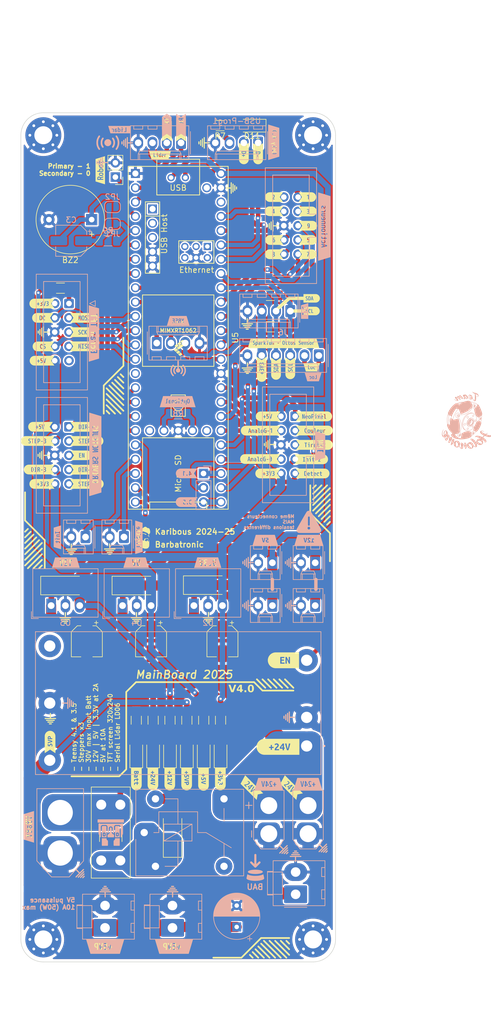
<source format=kicad_pcb>
(kicad_pcb (version 20240108) (generator "pcbnew") (generator_version "8.0")
  (title_block (title "Main Board 2025") (date "2024-06-09") (rev "1") (company "Les Karibous"))
  (layers (0 "F.Cu" signal "Front") (31 "B.Cu" signal "Back") (34 "B.Paste" user) (35 "F.Paste" user) (36 "B.SilkS" user "B.Silkscreen") (37 "F.SilkS" user "F.Silkscreen") (38 "B.Mask" user) (39 "F.Mask" user) (44 "Edge.Cuts" user))
  (net 0 "")
  (net 1 "RX-lidar")
  (net 2 "Init")
  (net 3 "STEP_3")
  (net 4 "DIR_3")
  (net 5 "En5VP")
  (net 6 "STEP_1")
  (net 7 "DIR_1")
  (net 8 "Tirette")
  (net 9 "STEP_2")
  (net 10 "GND")
  (net 11 "DIR_2")
  (net 12 "+3V3")
  (net 13 "+5V")
  (net 14 "+BATT")
  (net 15 "+24V")
  (net 16 "Net-(D1-A)")
  (net 17 "Net-(D3-A)")
  (net 18 "/24VD")
  (net 19 "SCL")
  (net 20 "SDA")
  (net 21 "TX-lidar")
  (net 22 "DOUT-xbee")
  (net 23 "DIN-xbee")
  (net 24 "EN")
  (net 25 "+5VP")
  (net 26 "Net-(D4-A)")
  (net 27 "NEO_PIXEL")
  (net 28 "Net-(D5-A)")
  (net 29 "Net-(D6-A)")
  (net 30 "Couleur")
  (net 31 "Detection")
  (net 32 "Net-(D8-A)")
  (net 33 "TFT_SCK")
  (net 34 "Robot")
  (net 35 "TFT_MOSI")
  (net 36 "TFT_CS")
  (net 37 "Analog1")
  (net 38 "Tirette-2")
  (net 39 "Analog0")
  (net 40 "Init-2")
  (net 41 "Net-(U5-PROGRAM)")
  (net 42 "Net-(D11-A)")
  (net 43 "RX-loc")
  (net 44 "TX-loc")
  (net 45 "/vusb")
  (net 46 "TFT_MISO")
  (net 47 "TFT_DC")
  (net 49 "C_Act1-1")
  (net 50 "C_Act1-2")
  (net 51 "C_Act1-3")
  (net 52 "C_Act1-4")
  (net 53 "C_Act1-9")
  (net 54 "C_Act1-5")
  (net 55 "C_Act1-6")
  (net 56 "C_Act1-7")
  (net 57 "C_Act1-8")
  (net 58 "Net-(Con-TFT1-Pin_1)")
  (net 60 "+12V")
  (net 62 "Net-(D10-A)")
  (net 73 "Net-(R8-Pad2)")
  (net 74 "Net-(BZ2-+)")
  (net 76 "D+")
  (net 77 "D-")
  (net 78 "Net-(JP1-A)")
  (net 79 "Buzzer")
  (net 82 "Net-(J3-Pin_1)")
  (net 83 "Net-(J3-Pin_3)")
  (footprint "kibuzzard-670C37B4" (layer "F.Cu") (at 112.097 102.627444)
    (property "Reference" "kibuzzard-670C37B4" (hide yes))
    (property "Value" "G***" (hide yes))
  )
  (footprint "kibuzzard-670C2FEC" (layer "F.Cu") (at 93 83 -90)
    (property "Reference" "kibuzzard-670C2FEC" (hide yes))
    (property "Value" "G***" (hide yes))
  )
  (footprint "kibuzzard-670C3843" (layer "F.Cu") (at 112 85.25 -90)
    (property "Reference" "kibuzzard-670C3843" (hide yes))
    (property "Value" "G***" (hide yes))
  )
  (footprint "kibuzzard-670C379B" (layer "F.Cu") (at 112.049209 94.996683)
    (property "Reference" "kibuzzard-670C379B" (hide yes))
    (property "Value" "G***" (hide yes))
  )
  (footprint "kibuzzard-670C3571" (layer "F.Cu") (at 70.25 143.444063)
    (property "Reference" "kibuzzard-670C3571" (hide yes))
    (property "Value" "G***" (hide yes))
  )
  (footprint "Capacitor_SMD:CP_Elec_5x5.4" (layer "F.Cu") (at 78.74 173.99 -90)
    (property "Reference" "C2" (hide yes))
    (property "Value" "22uF" (hide yes))
  )
  (footprint "LOGO" (layer "F.Cu") (at 75.96356 157.629811)
    (property "Reference" "G***" (hide yes))
    (property "Value" "LOGO" (hide yes))
  )
  (footprint "Diode_SMD:D_SMA_Handsoldering" (layer "F.Cu") (at 94 208 90)
    (property "Reference" "D4" (hide yes))
    (property "Value" "D_Small" (hide yes))
  )
  (footprint "kibuzzard-670C3904" (layer "F.Cu") (at 118.75 115.25)
    (property "Reference" "kibuzzard-670C3904" (hide yes))
    (property "Value" "G***" (hide yes))
  )
  (footprint "kibuzzard-670C355C" (layer "F.Cu") (at 78.75 138.367509)
    (property "Reference" "kibuzzard-670C355C" (hide yes))
    (property "Value" "G***" (hide yes))
  )
  (footprint "teensy:Teensy41" (layer "F.Cu") (at 95 120.015 -90)
    (property "Reference" "U5")
    (property "Value" "Teensy4.1")
  )
  (footprint "kibuzzard-670C35FE" (layer "F.Cu") (at 77.917824 119.017347)
    (property "Reference" "kibuzzard-670C35FE" (hide yes))
    (property "Value" "G***" (hide yes))
  )
  (footprint "LOGO" (layer "F.Cu") (at 113.75 211 45)
    (property "Reference" "G***" (hide yes))
    (property "Value" "LOGO" (hide yes))
  )
  (footprint "Resistor_SMD:R_1206_3216Metric_Pad1.30x1.75mm_HandSolder" (layer "F.Cu") (at 96.537392 188.020694 90)
    (property "Reference" "R4" (hide yes))
    (property "Value" "R_Small" (hide yes))
  )
  (footprint "Resistor_SMD:R_1206_3216Metric_Pad1.30x1.75mm_HandSolder" (layer "F.Cu") (at 99.537392 188.020694 90)
    (property "Reference" "R2" (hide yes))
    (property "Value" "R_Small" (hide yes))
  )
  (footprint "kibuzzard-670C33A6" (layer "F.Cu") (at 94.25 228.25)
    (property "Reference" "kibuzzard-670C33A6" (hide yes))
    (property "Value" "G***" (hide yes))
  )
  (footprint "Capacitor_SMD:CP_Elec_5x5.4" (layer "F.Cu") (at 102.87 173.99 -90)
    (property "Reference" "C7" (hide yes))
    (property "Value" "22uF" (hide yes))
  )
  (footprint "LED_SMD:LED_1206_3216Metric_Pad1.42x1.75mm_HandSolder" (layer "F.Cu") (at 93.537392 194.020694 90)
    (property "Reference" "D10" (hide yes))
    (property "Value" "LED_Small" (hide yes))
  )
  (footprint "Resistor_SMD:R_1206_3216Metric_Pad1.30x1.75mm_HandSolder" (layer "F.Cu") (at 87.537392 188.020694 90)
    (property "Reference" "R3" (hide yes))
    (property "Value" "R_Small" (hide yes))
  )
  (footprint "kibuzzard-670C37D3" (layer "F.Cu") (at 118.034384 97.549405)
    (property "Reference" "kibuzzard-670C37D3" (hide yes))
    (property "Value" "G***" (hide yes))
  )
  (footprint "kibuzzard-670C36BE" (layer "F.Cu") (at 119.158465 133.989379)
    (property "Reference" "kibuzzard-670C36BE" (hide yes))
    (property "Value" "G***" (hide yes))
  )
  (footprint "kibuzzard-670C35E1" (layer "F.Cu") (at 71 121.550314)
    (property "Reference" "kibuzzard-670C35E1" (hide yes))
    (property "Value" "G***" (hide yes))
  )
  (footprint "Resistor_SMD:R_1206_3216Metric_Pad1.30x1.75mm_HandSolder" (layer "F.Cu") (at 93.537392 188.020694 90)
    (property "Reference" "R5" (hide yes))
    (property "Value" "R_Small" (hide yes))
  )
  (footprint "kibuzzard-670C36A7" (layer "F.Cu") (at 119.25 136.507724)
    (property "Reference" "kibuzzard-670C36A7" (hide yes))
    (property "Value" "G***" (hide yes))
  )
  (footprint "LOGO" (layer "F.Cu") (at 111.25 139 -90)
    (property "Reference" "G***" (hide yes))
    (property "Value" "LOGO" (hide yes))
  )
  (footprint "kibuzzard-64944398" (layer "F.Cu") (at 100.25 160)
    (property "Reference" "kibuzzard-64944398" (hide yes))
    (property "Value" "G***" (hide yes))
  )
  (footprint "Connector_PinHeader_2.54mm:PinHeader_1x02_P2.54mm_Vertical" (layer "F.Cu") (at 83.82 91.44 180)
    (property "Reference" "J8" (hide yes))
    (property "Value" "Conn_01x02" (hide yes))
  )
  (footprint "kibuzzard-670C3646" (layer "F.Cu") (at 112.406939 125.514669 90)
    (property "Reference" "kibuzzard-670C3646" (hide yes))
    (property "Value" "G***" (hide yes))
  )
  (footprint "Resistor_SMD:R_1206_3216Metric_Pad1.30x1.75mm_HandSolder" (layer "F.Cu") (at 111.394 118.064 180)
    (property "Reference" "R22" (hide yes))
    (property "Value" "R_Small" (hide yes))
  )
  (footprint "MountingHole:MountingHole_3.2mm_M3_Pad_Via" (layer "F.Cu") (at 71 227)
    (property "Reference" "H4" (hide yes))
    (property "Value" "M3" (hide yes))
  )
  (footprint "kibuzzard-670C3565" (layer "F.Cu") (at 78.5 143.475924)
    (property "Reference" "kibuzzard-670C3565" (hide yes))
    (property "Value" "G***" (hide yes))
  )
  (footprint "kibuzzard-670C2FF9" (layer "F.Cu") (at 95.5 83 -90)
    (property "Reference" "kibuzzard-670C2FF9" (hide yes))
    (property "Value" "G***" (hide yes))
  )
  (footprint "kibuzzard-670C3379" (layer "F.Cu") (at 99.5 198.5 -90)
    (property "Reference" "kibuzzard-670C3379" (hide yes))
    (property "Value" "G***" (hide yes))
  )
  (footprint "kibuzzard-670C37D7" (layer "F.Cu") (at 118.112267 100.091223)
    (property "Reference" "kibuzzard-670C37D7" (hide yes))
    (property "Value" "G***" (hide yes))
  )
  (footprint "kibuzzard-670C34D3" (layer "F.Cu") (at 70.75 146)
    (property "Reference" "kibuzzard-670C34D3" (hide yes))
    (property "Value" "G***" (hide yes))
  )
  (footprint "kibuzzard-670C35E9" (layer "F.Cu") (at 70.892425 116.46845)
    (property "Reference" "kibuzzard-670C35E9" (hide yes))
    (property "Value" "G***" (hide yes))
  )
  (footprint "kibuzzard-670C3380" (layer "F.Cu") (at 102.5 198.5 -90)
    (property "Reference" "kibuzzard-670C3380" (hide yes))
    (property "Value" "G***" (hide yes))
  )
  (footprint "kibuzzard-670C34F5" (layer "F.Cu") (at 111 133.985438)
    (property "Reference" "kibuzzard-670C34F5" (hide yes))
    (property "Value" "G***" (hide yes))
  )
  (footprint "kibuzzard-670C334A" (layer "F.Cu") (at 90.5 198.5 -90)
    (property "Reference" "kibuzzard-670C334A" (hide yes))
    (property "Value" "G***" (hide yes))
  )
  (footprint "LED_SMD:LED_1206_3216Metric_Pad1.42x1.75mm_HandSolder" (layer "F.Cu") (at 102.537394 194.020695 90)
    (property "Reference" "D8" (hide yes))
    (property "Value" "LED_Small" (hide yes))
  )
  (footprint "LOGO" (layer "F.Cu") (at 104.460786 93.383373 90)
    (property "Reference" "G***" (hide yes))
    (property "Value" "LOGO" (hide yes))
  )
  (footprint "LOGO" (layer "F.Cu") (at 107.3093 125.424528)
    (property "Reference" "G***" (hide yes))
    (property "Value" "LOGO" (hide yes))
  )
  (footprint "kibuzzard-670C3A1A" (layer "F.Cu") (at 72.194951 191.895189 90)
    (property "Reference" "kibuzzard-670C3A1A" (hide yes))
    (property "Value" "G***" (hide yes))
  )
  (footprint "Resistor_SMD:R_1206_3216Metric_Pad1.30x1.75mm_HandSolder" (layer "F.Cu") (at 102.537392 188.020694 90)
    (property "Reference" "R17" (hide yes))
    (property "Value" "R_Small" (hide yes))
  )
  (footprint "kibuzzard-670C3554" (layer "F.Cu") (at 78.5 135.850473)
    (property "Reference" "kibuzzard-670C3554" (hide yes))
    (property "Value" "G***" (hide yes))
  )
  (footprint "kibuzzard-670C34F5" (layer "F.Cu") (at 70.5 135.839852)
    (property "Reference" "kibuzzard-670C34F5" (hide yes))
    (property "Value" "G***" (hide yes))
  )
  (footprint "LOGO" (layer "F.Cu") (at 115.878706 212.213249 180)
    (property "Reference" "G***" (hide yes))
    (property "Value" "LOGO" (hide yes))
  )
  (footprint "kibuzzard-670C356A" (layer "F.Cu") (at 78.75 146.003581)
    (property "Reference" "kibuzzard-670C356A" (hide yes))
    (property "Value" "G***" (hide yes))
  )
  (footprint "kibuzzard-670C364B" (layer "F.Cu") (at 114.945216 125.440326 90)
    (property "Reference" "kibuzzard-670C364B" (hide yes))
    (property "Value" "G***" (hide yes))
  )
  (footprint "LOGO" (layer "F.Cu") (at 70.980044 140.922713 -90)
    (property "Reference" "G***" (hide yes))
    (property "Value" "LOGO" (hide yes))
  )
  (footprint "kibuzzard-670C3577" (layer "F.Cu") (at 70 138.367509)
    (property "Reference" "kibuzzard-670C3577" (hide yes))
    (property "Value" "G***" (hide yes))
  )
  (footprint "kibuzzard-670C36EB" (layer "F.Cu") (at 109.661984 136.522081)
    (property "Reference" "kibuzzard-670C36EB" (hide yes))
    (property "Value" "G***" (hide yes))
  )
  (footprint "Diode_SMD:D_SMA_Handsoldering" (layer "F.Cu") (at 100.33 164)
    (property "Reference" "D7" (hide yes))
    (property "Value" "D_Small" (hide yes))
  )
  (footprint "LOGO" (layer "F.Cu") (at 88.602 155.5668)
    (property "Reference" "G***" (hide yes))
    (property "Value" "LOGO" (hide yes))
  )
  (footprint "kibuzzard-670C38D3" (layer "F.Cu") (at 113.75 121)
    (property "Reference" "kibuzzard-670C38D3" (hide yes))
    (property "Value" "G***" (hide yes))
  )
  (footprint "kibuzzard-670C3605" (layer "F.Cu") (at 78.204575 121.534384)
    (property "Reference" "kibuzzard-670C3605" (hide yes))
    (property "Value" "G***" (hide yes))
  )
  (footprint "Resistor_SMD:R_1206_3216Metric_Pad1.30x1.75mm_HandSolder" (layer "F.Cu") (at 74.047703 111.192726)
    (property "Reference" "R6" (hide yes))
    (property "Value" "100R" (hide yes))
  )
  (footprint "kibuzzard-670C31DA" (layer "F.Cu") (at 112.75 192.75)
    (property "Reference" "kibuzzard-670C31DA" (hide yes))
    (property "Value" "G***" (hide yes))
  )
  (footprint "LOGO" (layer "F.Cu") (at 100.379095 169.776307)
    (property "Reference" "G***" (hide yes))
    (property "Value" "LOGO" (hide yes))
  )
  (footprint "LOGO" (layer "F.Cu") (at 74.912296 169.824763)
    (property "Reference" "G***" (hide yes))
    (property "Value" "LOGO" (hide yes))
  )
  (footprint "MountingHole:MountingHole_3.2mm_M3_Pad_Via" (layer "F.Cu") (at 119 227)
    (property "Reference" "H3" (hide yes))
    (property "Value" "M3" (hide yes))
  )
  (footprint "LOGO" (layer "F.Cu") (at 82 218.5 180)
    (property "Reference" "G***" (hide yes))
    (property "Value" "LOGO" (hide yes))
  )
  (footprint "kibuzzard-649443DA" (layer "F.Cu") (at 68.400632 206.98117 90)
    (property "Reference" "kibuzzard-649443DA" (hide yes))
    (property "Value" "G***" (hide yes))
  )
  (footprint "LOGO" (layer "F.Cu") (at 99.608126 85.351026 -90)
    (property "Reference" "G***" (hide yes))
    (property "Value" "LOGO" (hide yes))
  )
  (footprint "LED_SMD:LED_1206_3216Metric_Pad1.42x1.75mm_HandSolder" (layer "F.Cu") (at 99.537392 194.020694 90)
    (property "Reference" "D3" (hide yes))
    (property "Value" "LED_Small" (hide yes))
  )
  (footprint "LED_SMD:LED_1206_3216Metric_Pad1.42x1.75mm_HandSolder" (layer "F.Cu") (at 87.537392 194.020694 90)
    (property "Reference" "D5" (hide yes))
    (property "Value" "LED_Small" (hide yes))
  )
  (footprint "Capacitor_SMD:CP_Elec_5x5.4" (layer "F.Cu") (at 90.17 173.99 -90)
    (property "Reference" "C1" (hide yes))
    (property "Value" "22uF" (hide yes))
  )
  (footprint "LOGO" (layer "F.Cu") (at 71 119 -90)
    (property "Reference" "G***" (hide yes))
    (property "Value" "LOGO" (hide yes))
  )
  (footprint "kibuzzard-6494443F" (layer "F.Cu") (at 81.129967 90.221767 90)
    (property "Reference" "kibuzzard-6494443F" (hide yes))
    (property "Value" "G***" (hide yes))
  )
  (footprint "LOGO" (layer "F.Cu") (at 82.813722 157.59795)
    (property "Reference" "G***" (hide yes))
    (property "Value" "LOGO" (hide yes))
  )
  (footprint "kibuzzard-670C3359" (layer "F.Cu") (at 96.5 198.5 -90)
    (property "Reference" "kibuzzard-670C3359" (hide yes))
    (property "Value" "G***" (hide yes))
  )
  (footprint "Resistor_SMD:R_1206_3216Metric_Pad1.30x1.75mm_HandSolder" (layer "F.Cu") (at 111.394 112.476 180)
    (property "Reference" "R21" (hide yes))
    (property "Value" "R_Small" (hide yes))
  )
  (footprint "kibuzzard-670C38FC" (layer "F.Cu") (at 118.75 113)
    (property "Reference" "kibuzzard-670C38FC" (hide yes))
    (property "Value" "G***" (hide yes))
  )
  (footprint "kibuzzard-670C33A6" (layer "F.Cu") (at 82 228.25)
    (property "Reference" "kibuzzard-670C33A6" (hide yes))
    (property "Value" "G***" (hide yes))
  )
  (footprint "kibuzzard-670C3560" (layer "F.Cu") (at 77.75 140.916406)
    (property "Reference" "kibuzzard-670C3560" (hide yes))
    (property "Value" "G***" (hide yes))
  )
  (footprint "LOGO" (layer "F.Cu") (at 85.915769 85.351026 -90)
    (property "Reference" "G***" (hide yes))
    (property "Value" "LOGO" (hide yes))
  )
  (footprint "kibuzzard-64944345" (layer "F.Cu") (at 87.5 160)
    (property "Reference" "kibuzzard-64944345" (hide yes))
    (property "Value" "G***" (hide yes))
  )
  (footprint "LOGO" (layer "F.Cu") (at 114.75 187.5 -90)
    (property "Reference" "G***" (hide yes))
    (property "Value" "LOGO" (hide yes))
  )
  (footprint "kibuzzard-670C34D3" (layer "F.Cu") (at 110.951102 144.145586)
    (property "Reference" "kibuzzard-670C34D3" (hide yes))
    (property "Value" "G***" (hide yes))
  )
  (footprint "kibuzzard-64944D37" (layer "F.Cu") (at 115 200 -45)
    (property "Reference" "kibuzzard-64944D37" (hide yes))
    (property "Value" "G***" (hide yes))
  )
  (footprint "kibuzzard-670C37E0" (layer "F.Cu") (at 118.027303 105.153616)
    (property "Reference" "kibuzzard-670C37E0" (hide yes))
    (property "Value" "G***" (hide yes))
  )
  (footprint "Diode_SMD:D_SMA_Handsoldering" (layer "F.Cu") (at 87.63 164.069)
    (property "Reference" "D2" (hide yes))
    (property "Value" "D_Small" (hide yes))
  )
  (footprint "LOGO" (layer "F.Cu") (at 111.825627 100.102996 -90)
    (property "Reference" "G***" (hide yes))
    (property "Value" "LOGO" (hide yes))
  )
  (footprint "LOGO" (layer "F.Cu") (at 87.57713 169.808832)
    (property "Reference" "G***" (hide yes))
    (property "Value" "LOGO" (hide yes))
  )
  (footprint "Resistor_SMD:R_1206_3216Metric_Pad1.30x1.75mm_HandSolder" (layer "F.Cu") (at 102.4525 82.296 180)
    (property "Reference" "R7")
    (property "Value" "R_Small")
  )
  (footprint "LED_SMD:LED_1206_3216Metric_Pad1.42x1.75mm_HandSolder" (layer "F.Cu") (at 90.537392 194.020694 90)
    (property "Reference" "D1" (hide yes))
    (property "Value" "LED_Small" (hide yes))
  )
  (footprint "kibuzzard-64944D37" (layer "F.Cu") (at 107.939197 200 -45)
    (property "Reference" "kibuzzard-64944D37" (hide yes))
    (property "Value" "G***" (hide yes))
  )
  (footprint "kibuzzard-670C3872" (layer "F.Cu") (at 91.75 87.5)
    (property "Reference" "kibuzzard-670C3872" (hide yes))
    (property "Value" "G***" (hide yes))
  )
  (footprint "Buzzer_Beeper:Buzzer_12x9.5RM7.6" (layer "F.Cu") (at 79.6 99 180)
    (property "Reference" "BZ2")
    (property "Value" "Buzzer")
  )
  (footprint "kibuzzard-670C34F5" (layer "F.Cu") (at 70.767192 124.089852)
    (property "Reference" "kibuzzard-670C34F5" (hide yes))
    (property "Value" "G***" (hide yes))
  )
  (footprint "kibuzzard-670C35F6" (layer "F.Cu") (at 78.220505 116.46845)
    (property "Reference" "kibuzzard-670C35F6" (hide yes))
    (property "Value" "G***" (hide yes))
  )
  (footprint "kibuzzard-670C3826" (layer "F.Cu") (at 109.216456 87.285069 -90)
    (property "Reference" "kibuzzard-670C3826" (hide yes))
    (property "Value" "G***" (hide yes))
  )
  (footprint "LOGO" (layer "F.Cu") (at 120.75 210.75 45)
    (property "Reference" "G***" (hide yes))
    (property "Value" "LOGO" (hide yes))
  )
  (footprint "kibuzzard-670C34D3" (layer "F.Cu") (at 109.852996 125.626027 90)
    (property "Reference" "kibuzzard-670C34D3" (hide yes))
    (property "Value" "G***" (hide yes))
  )
  (footprint "MountingHole:MountingHole_3.2mm_M3_Pad_Via" (layer "F.Cu") (at 119 84)
    (property "Reference" "H2" (hide yes))
    (property "Value" "M3" (hide yes))
  )
  (footprint "kibuzzard-670C36F4" (layer "F.Cu") (at 109.582331 141.572084)
    (property "Reference" "kibuzzard-670C36F4" (hide yes))
    (property "Value" "G***" (hide yes))
  )
  (footprint "Diode_SMD:D_SMA_Handsoldering" (layer "F.Cu") (at 74.93 164.069)
    (property "Reference" "D9" (hide yes))
    (property "Value" "D_Small")
  )
  (footprint "kibuzzard-670C34D3" (layer "F.Cu") (at 70.748474 113.930546)
    (property "Reference" "kibuzzard-670C34D3" (hide yes))
    (property "Value" "G***" (hide yes))
  )
  (footprint "kibuzzard-670C36A0" (layer "F.Cu") (at 119.25 139.056621)
    (property "Reference" "kibuzzard-670C36A0" (hide yes))
    (property "Value" "G***" (hide yes))
  )
  (footprint "kibuzzard-670C37B9" (layer "F.Cu") (at 112.049209 105.160411)
    (property "Reference" "kibuzzard-670C37B9" (hide yes))
    (property "Value" "G***" (hide yes))
  )
  (footprint "kibuzzard-670C368F" (layer "F.Cu") (at 118.682039 141.616139)
    (property "Reference" "kibuzzard-670C368F" (hide yes))
    (property "Value" "G***" (hide yes))
  )
  (footprint "kibuzzard-670C381F" (layer "F.Cu") (at 106.684087 87.24511 -90)
    (property "Reference" "kibuzzard-670C381F" (hide yes))
    (property "Value" "G***" (hide yes))
  )
  (footprint "kibuzzard-670C31EF" (layer "F.Cu") (at 113.724105 177.367977)
    (property "Reference" "kibuzzard-670C31EF" (hide yes))
    (property "Value" "G***" (hide yes))
  )
  (footprint "kibuzzard-670C37C6" (layer "F.Cu") (at 117.991902 94.993428)
    (property "Reference" "kibuzzard-670C37C6" (hide yes))
    (property "Value" "G***" (hide yes))
  )
  (footprint "Fuse:Fuseholder_Blade_Mini_Keystone_3568" (layer "F.Cu") (at 84.7 203.04 -90)
    (property "Reference" "F1" (hide yes))
    (property "Value" "Fuse_Small" (hide yes))
  )
  (footprint "LED_SMD:LED_1206_3216Metric_Pad1.42x1.75mm_HandSolder" (layer "F.Cu") (at 108.1675 82.296 180)
    (property "Reference" "D11")
    (property "Value" "LED_Small")
  )
  (footprint "kibuzzard-670C3688" (layer "F.Cu") (at 118.932039 144.143796)
    (property "Reference" "kibuzzard-670C3688" (hide yes))
    (property "Value" "G***" (hide yes))
  )
  (footprint "LOGO" (layer "F.Cu") (at 77.5 215.25 45)
    (property "Reference" "G***" (hide yes))
    (property "Value" "LOGO" (hide yes))
  )
  (footprint "LOGO" (layer "F.Cu") (at 72.25 187.75)
    (property "Reference" "G***" (hide yes))
    (property "Value" "LOGO" (hide yes))
  )
  (footprint "LOGO" (layer "F.Cu") (at 94 218.5 180)
    (property "Reference" "G***" (hide yes))
    (property "Value" "LOGO" (hide yes))
  )
  (footprint "MountingHole:MountingHole_3.2mm_M3_Pad_Via" (layer "F.Cu") (at 71 84)
    (property "Reference" "H1" (hide yes))
    (property "Value" "M3" (hide yes))
  )
  (footprint "Resistor_SMD:R_1206_3216Metric_Pad1.30x1.75mm_HandSolder" (layer "F.Cu") (at 90.537392 188.020694 90)
    (property "Reference" "R1" (hide yes))
    (property "Value" "R_Small" (hide yes))
  )
  (footprint "kibuzzard-6494437E" (layer "F.Cu") (at 75 160)
    (property "Reference" "kibuzzard-6494437E" (hide yes))
    (property "Value" "G***" (hide yes))
  )
  (footprint "kibuzzard-670C3891" (layer "F.Cu") (at 118.75 125.25)
    (property "Reference" "kibuzzard-670C3891" (hide yes))
    (property "Value" "G***" (hide yes))
  )
  (footprint "kibuzzard-670C3352" (layer "F.Cu") (at 93.5 198.5 -90)
    (property "Reference" "kibuzzard-670C3352" (hide yes))
    (property "Value" "G***" (hide yes))
  )
  (footprint "kibuzzard-670C37A2" (layer "F.Cu") (at 112.033278 97.513719)
    (property "Reference" "kibuzzard-670C37A2" (hide yes))
    (property "Value" "G***" (hide yes))
  )
  (footprint "LOGO" (layer "F.Cu") (at 107.285404 117.562772)
    (property "Reference" "G***" (hide yes))
    (property "Value" "LOGO" (hide yes))
  )
  (footprint "kibuzzard-670C3331" (layer "F.Cu") (at 87.556267 198.5 -90)
    (property "Reference" "kibuzzard-670C3331" (hide yes))
    (property "Value" "G***" (hide yes))
  )
  (footprint "LED_SMD:LED_1206_3216Metric_Pad1.42x1.75mm_HandSolder" (layer "F.Cu") (at 96.537392 194.020694 90)
    (property "Reference" "D6" (hide yes))
    (property "Value" "LED_Small" (hide yes))
  )
  (footprint "kibuzzard-670C37DD" (layer "F.Cu") (at 118.062705 102.618879)
    (property "Reference" "kibuzzard-670C37DD" (hide yes))
    (property "Value" "G***" (hide yes))
  )
  (footprint "kibuzzard-670C33A6" (layer "B.Cu") (at 82 228.25 180)
    (property "Reference" "kibuzzard-670C33A6" (hide yes))
    (property "Value" "G***" (hide yes))
  )
  (footprint "Converter_DCDC:Converter_DCDC_RECOM_R-78B-2.0_THT" (layer "B.Cu") (at 72.39 167.64)
    (property "Reference" "U3")
    (property "Value" "R-78B12-2.0")
  )
  (footprint "LOGO" (layer "B.Cu") (at 82.5 85.25 180)
    (property "Reference" "G***" (hide yes))
    (property "Value" "LOGO" (hide yes))
  )
  (footprint "kibuzzard-670C3EB4" (layer "B.Cu") (at 96.5 149.231811 180)
    (property "Reference" "kibuzzard-670C3EB4" (hide yes))
    (property "Value" "G***" (hide yes))
  )
  (footprint "kibuzzard-670C323B" (layer "B.Cu") (at 110.5 156 180)
    (property "Reference" "kibuzzard-670C323B" (hide yes))
    (property "Value" "G***" (hide yes))
  )
  (footprint "LOGO" (layer "B.Cu") (at 81.468847 88.860408 90)
    (property "Reference" "G***" (hide yes))
    (property "Value" "LOGO" (hide yes))
  )
  (footprint "Connector_IDC:IDC-Header_2x05_P2.54mm_Vertical" (layer "B.Cu") (at 75.565 135.84 180)
    (property "Reference" "IHM-IO2" (hide yes))
    (property "Value" "Conn_02x05_Odd_Even")
  )
  (footprint "kibuzzard-670C3111" (layer "B.Cu") (at 121 100.25 90)
    (property "Reference" "kibuzzard-670C3111" (hide yes))
    (property "Value" "G***" (hide yes))
  )
  (footprint "kibuzzard-670C375F" (layer "B.Cu") (at 94.903575 131.372555 180)
    (property "Reference" "kibuzzard-670C375F" (hide yes))
    (property "Value" "G***" (hide yes))
  )
  (footprint "LOGO" (layer "B.Cu") (at 114.75 187.5 90)
    (property "Reference" "G***" (hide yes))
    (property "Value" "LOGO" (hide yes))
  )
  (footprint "kibuzzard-670C3411" (layer "B.Cu") (at 118.084854 199.351026 180)
    (property "Reference" "kibuzzard-670C3411" (hide yes))
    (property "Value" "G***" (hide yes))
  )
  (footprint "Resistor_SMD:R_1206_3216Metric_Pad1.30x1.75mm_HandSolder" (layer "B.Cu") (at 82.506001 102.76 180)
    (property "Reference" "R9")
    (property "Value" "330")
  )
  (footprint "Capacitor_SMD:CP_Elec_5x5.4" (layer "B.Cu") (at 75.956 102.76 180)
    (property "Reference" "C3")
    (property "Value" "100uF")
  )
  (footprint "LOGO" (layer "B.Cu") (at 75.388896 184.976415 -90)
    (property "Reference" "G***" (hide yes))
    (property "Value" "LOGO" (hide yes))
  )
  (footprint "Connector_Molex:Molex_KK-254_AE-6410-04A_1x04_P2.54mm_Vertical" (layer "B.Cu") (at 109.22 85.344 180)
    (property "Reference" "USB-Prog1")
    (property "Value" "Conn_01x04")
  )
  (footprint "kibuzzard-6493EE9E" (layer "B.Cu") (at 117.5 115.25 90)
    (property "Reference" "kibuzzard-6493EE9E" (hide yes))
    (property "Value" "G***" (hide yes))
  )
  (footprint "LOGO" (layer "B.Cu") (at 146.25 134.75 180)
    (property "Reference" "G***" (hide yes))
    (property "Value" "LOGO" (hide yes))
  )
  (footprint "Connector_Molex:Molex_KK-254_AE-6410-04A_1x04_P2.54mm_Vertical" (layer "B.Cu") (at 114.95 115.27 180)
    (property "Reference" "J22" (hide yes))
    (property "Value" "Conn_01x04" (hide yes))
  )
  (footprint "Connector_IDC:IDC-Header_2x05_P2.54mm_Vertical" (layer "B.Cu") (at 75.565 113.92 180)
    (property "Reference" "Con-TFT1" (hide yes))
    (property "Value" "Conn_02x05_Odd_Even")
  )
  (footprint "Connector_Molex:Molex_KK-254_AE-6410-02A_1x02_P2.54mm_Vertical" (layer "B.Cu") (at 111.76 160.02 180)
    (property "Reference" "J4" (hide yes))
    (property "Value" "Conn_01x02")
  )
  (footprint "Converter_DCDC:Converter_DCDC_RECOM_R-78B-2.0_THT" (layer "B.Cu") (at 85.09 167.64)
    (property "Reference" "U4")
    (property "Value" "R-78B5.0-2.0")
  )
  (footprint "Connector_IDC:IDC-Header_2x05_P2.54mm_Vertical" (layer "B.Cu") (at 115.824 133.97 180)
    (property "Reference" "IHM-IO1" (hide yes))
    (property "Value" "Conn_02x05_Odd_Even" (hide yes))
  )
  (footprint "LOGO" (layer "B.Cu") (at 83 208 180)
    (property "Reference" "G***" (hide yes))
    (property "Value" "LOGO" (hide yes))
  )
  (footprint "kibuzzard-6493F0E7" (layer "B.Cu") (at 80 119.25 90)
    (property "Reference" "kibuzzard-6493F0E7" (hide yes))
    (property "Value" "G***" (hide yes))
  )
  (footprint "LOGO" (layer "B.Cu") (at 120.75 210.75 -135)
    (property "Reference" "G***" (hide yes))
    (property "Value" "LOGO" (hide yes))
  )
  (footprint "LOGO" (layer "B.Cu") (at 115.878706 212.213249)
    (property "Reference" "G***" (hide yes))
    (property "Value" "LOGO" (hide yes))
  )
  (footprint "Connector_Molex:Molex_KK-254_AE-6410-04A_1x04_P2.54mm_Vertical" (layer "B.Cu") (at 95.504 85.344 180)
    (property "Reference" "J12" (hide yes))
    (property "Value" "Conn_01x04" (hide yes))
  )
  (footprint "kibuzzard-670C3EA9" (layer "B.Cu") (at 96.477919 144.13249 180)
    (property "Reference" "kibuzzard-670C3EA9" (hide yes))
    (property "Value" "G***" (hide yes))
  )
  (footprint "LOGO" (layer "B.Cu") (at 107.43785 159.998653 90)
    (property "Reference" "G***" (hide yes))
    (property "Value" "LOGO" (hide yes))
  )
  (footprint "LOGO" (layer "B.Cu") (at 85.915769 85.351026 90)
    (property "Reference" "G***" (hide yes))
    (property "Value" "LOGO" (hide yes))
  )
  (footprint "kibuzzard-6494437E" (layer "B.Cu") (at 75 160 180)
    (property "Reference" "kibuzzard-6494437E" (hide yes))
    (property "Value" "G***" (hide yes))
  )
  (footprint "LOGO" (layer "B.Cu") (at 82 218.5)
    (property "Reference" "G***" (hide yes))
    (property "Value" "LOGO" (hide yes))
  )
  (footprint "LOGO" (layer "B.Cu") (at 95 125.5)
    (property "Reference" "G***" (hide yes))
    (property "Value" "LOGO" (hide yes))
  )
  (footprint "kibuzzard-670C3244" (layer "B.Cu") (at 118.25 156 180)
    (property "Reference" "kibuzzard-670C3244" (hide yes))
    (property "Value" "G***" (hide yes))
  )
  (footprint "kibuzzard-6493F100" (layer "B.Cu") (at 120.25 139.25 90)
    (property "Reference" "kibuzzard-6493F100" (hide yes))
    (property "Value" "G***" (hide yes))
  )
  (footprint "kibuzzard-670C3846" (layer "B.Cu") (at 112 85.25 90)
    (property "Reference" "kibuzzard-670C3846" (hide yes))
    (property "Value" "G***" (hide yes))
  )
  (footprint "Capacitor_THT:CP_Radial_D8.0mm_P3.80mm" (layer "B.Cu") (at 105.41 224.78 90)
    (property "Reference" "C6" (hide yes))
    (property "Value" "220uF" (hide yes))
  )
  (footprint "kibuzzard-670C3891" (layer "B.Cu") (at 119 127 180)
    (property "Reference" "kibuzzard-670C3891" (hide yes))
    (property "Value" "G***" (hide yes))
  )
  (footprint "LOGO" (layer "B.Cu") (at 113.75 211 -135)
    (property "Reference" "G***" (hide yes))
    (property "Value" "LOGO" (hide yes))
  )
  (footprint "Connector_Molex:Molex_KK-254_AE-6410-02A_1x02_P2.54mm_Vertical" (layer "B.Cu") (at 111.76 167.64 180)
    (property "Reference" "J9" (hide yes))
    (property "Value" "Conn_01x02")
  )
  (footprint "Jumper:SolderJumper-2_P1.3mm_Open_RoundedPad1.0x1.5mm" (layer "B.Cu") (at 83.306001 96.76 180)
    (property "Reference" "JP2")
    (property "Value" "SolderJumper_2_Open")
  )
  (footprint "Connector_AMASS:AMASS_XT30U-F_1x02_P5.0mm_Vertical" (layer "B.Cu") (at 118.11 208.2 90)
    (property "Reference" "J7" (hide yes))
    (property "Value" "XT30" (hide yes))
  )
  (footprint "kibuzzard-6493F09E" (layer "B.Cu") (at 88 155.5 90)
    (property "Reference" "kibuzzard-6493F09E" (hide yes))
    (property "Value" "G***" (hide yes))
  )
  (footprint "kibuzzard-64944398" (layer "B.Cu") (at 100.25 160 180)
    (property "Reference" "kibuzzard-64944398" (hide yes))
    (property "Value" "G***" (hide yes))
  )
  (footprint "kibuzzard-649443DA" (layer "B.Cu") (at 68.400632 206.98117 -90)
    (property "Reference" "kibuzzard-649443DA" (hide yes))
    (property "Value" "G***" (hide yes))
  )
  (footprint "Connector_Molex:Molex_KK-396_A-41791-0002_1x02_P3.96mm_Vertical" (layer "B.Cu") (at 81.98 224.94 90)
    (property "Reference" "J20" (hide yes))
    (property "Value" "BAU" (hide yes))
  )
  (footprint "LOGO" (layer "B.Cu") (at 77.5 215.25 -135)
    (property "Reference" "G***" (hide yes))
    (property "Value" "LOGO" (hide yes))
  )
  (footprint "Connector_Molex:Molex_KK-254_AE-6410-06A_1x06_P2.54mm_Vertical" (layer "B.Cu") (at 120.015 123.175 180)
    (property "Reference" "J6")
    (property "Value" "Conn_01x06")
  )
  (footprint "kibuzzard-670C2FF9" (layer "B.Cu") (at 95.5 82.25 -90)
    (property "Reference" "kibuzzard-670C2FF9" (hide yes))
    (property "Value" "G***" (hide yes))
  )
  (footprint "Relay_THT:Relay_SPDT_Finder_36.11" (layer "B.Cu") (at 88.95 208)
    (property "Reference" "K2" (hide yes))
    (property "Value" "FINDER-36.11")
  )
  (footprint "kibuzzard-6493F0A8" (layer "B.Cu") (at 73.5 155.5 -90)
    (property "Reference" "kibuzzard-6493F0A8" (hide yes))
    (property "Value" "G***" (hide yes))
  )
  (footprint "Resistor_SMD:R_1206_3216Metric_Pad1.30x1.75mm_HandSolder" (layer "B.Cu") (at 94.996 133.525 180)
    (property "Reference" "R8")
    (property "Value" "100")
  )
  (footprint "kibuzzard-6493EEAC" (layer "B.Cu") (at 84.5 83 180)
    (property "Reference" "kibuzzard-6493EEAC" (hide yes))
    (property "Value" "G***" (hide yes))
  )
  (footprint "LOGO" (layer "B.Cu") (at 115 160 90)
    (property "Reference" "G***" (hide yes))
    (property "Value" "LOGO" (hide yes))
  )
  (footprint "Connector_Molex:Molex_KK-254_AE-6410-02A_1x02_P2.54mm_Vertical" (layer "B.Cu") (at 85.344 155.448 180)
    (property "Reference" "J15" (hide yes))
    (property "Value" "Conn_01x02")
  )
  (footprint "Connector_PinHeader_2.54mm:PinHeader_1x03_P2.54mm_Vertical" (layer "B.Cu") (at 99.5 144.145 180)
    (property "Reference" "J3" (hide yes))
    (property "Value" "Conn_01x03")
  )
  (footprint "Jumper:SolderJumper-2_P1.3mm_Open_RoundedPad1.0x1.5mm" (layer "B.Cu") (at 83.306001 99.76)
    (property "Reference" "JP1")
    (property "Value" "SolderJumper_2_Open")
  )
  (footprint "Connector_AMASS:AMASS_XT60-M_1x02_P7.20mm_Vertical" (layer "B.Cu") (at 74 211.636 90)
    (property "Reference" "J1" (hide yes))
    (property "Value" "XT60" (hide yes))
  )
  (footprint "Connector_IDC:IDC-Header_2x05_P2.54mm_Vertical" (layer "B.Cu") (at 116.332 94.996 180)
    (property "Reference" "C_Act1" (hide yes))
    (property "Value" "Conn_02x05_Odd_Even" (hide yes))
  )
  (footprint "Connector_Molex:Molex_KK-254_AE-6410-02A_1x02_P2.54mm_Vertical" (layer "B.Cu") (at 119.38 167.64 180)
    (property "Reference" "J28" (hide yes))
    (property "Value" "Conn_01x02" (hide yes))
  )
  (footprint "Connector_Molex:Molex_KK-254_AE-6410-02A_1x02_P2.54mm_Vertical" (layer "B.Cu") (at 78.504 155.448 180)
    (property "Reference" "J18" (hide yes))
    (property "Value" "Conn_01x02")
  )
  (footprint "Converter_DCDC:Converter_DCDC_RECOM_R-78B-2.0_THT" (layer "B.Cu") (at 97.79 167.64)
    (property "Reference" "U2")
    (property "Value" "R-78B3.3-2.0")
  )
  (footprint "Connector_AMASS:AMASS_XT30U-F_1x02_P5.0mm_Vertical" (layer "B.Cu") (at 111.125 208.2 90)
    (property "Reference" "J16" (hide yes))
    (property "Value" "XT30")
  )
  (footprint "kibuzzard-670C2FEC" (layer "B.Cu") (at 92.970661 82.25 -90)
    (property "Reference" "kibuzzard-670C2FEC" (hide yes))
    (property "Value" "G***" (hide yes))
  )
  (footprint "LOGO" (layer "B.Cu") (at 107.413954 167.645345 90)
    (property "Reference" "G***" (hide yes))
    (property "Value" "LOGO" (hide yes))
  )
  (footprint "Connector_Molex:Molex_KK-254_AE-6410-04A_1x04_P2.54mm_Vertical" (layer "B.Cu") (at 91.171021 120.952963)
    (property "Reference" "J2" (hide yes))
    (property "Value" "Conn_01x04" (hide yes))
  )
  (footprint "kibuzzard-64944345" (layer "B.Cu") (at 87.5 160 180)
    (property "Reference" "kibuzzard-64944345" (hide yes))
    (property "Value" "G***" (hide yes))
  )
  (footprint "kibuzzard-670C3F16" (layer "B.Cu") (at 95 117 180)
    (property "Reference" "kibuzzard-670C3F16" (hide yes))
    (property "Value" "G***" (hide yes))
  )
  (footprint "TEN 50-2411:CONV_TEN_50-2411" (layer "B.Cu") (at 95 184.9785 180)
    (property "Reference" "PS1" (hide yes))
    (property "Value" "TEN_50-2411" (hide yes))
  )
  (footprint "kibuzzard-670C345D" (layer "B.Cu") (at 80.25 140.75 90)
    (property "Reference" "kibuzzard-670C345D" (hide yes))
    (property "Value" "G***" (hide yes))
  )
  (footprint "Connector_Molex:Molex_KK-254_AE-6410-02A_1x02_P2.54mm_Vertical" (layer "B.Cu") (at 119.38 160.02 180)
    (property "Reference" "J23" (hide yes))
    (property "Value" "Conn_01x02" (hide yes))
  )
  (footprint "Connector_Molex:Molex_KK-396_A-41791-0002_1x02_P3.96mm_Vertical" (layer "B.Cu") (at 115.895 218.98 90)
    (property "Reference" "J21" (hide yes))
    (property "Value" "BAU" (hide yes))
  )
  (footprint "LOGO" (layer "B.Cu") (at 94 218.5)
    (property "Reference" "G***" (hide yes))
    (property "Value" "LOGO" (hide yes))
  )
  (footprint "kibuzzard-670C33A6" (layer "B.Cu") (at 94.25 228.25 180)
    (property "Reference" "kibuzzard-670C33A6" (hide yes))
    (property "Value" "G***" (hide yes))
  )
  (footprint "kibuzzard-670C3411" (layer "B.Cu") (at 111.131144 199.351026 180)
    (property "Reference" "kibuzzard-670C3411" (hide yes))
    (property "Value" "G***" (hide yes))
  )
  (footprint "LOGO" (layer "B.Cu") (at 108.726 214.186 180)
    (property "Reference" "G***" (hide yes))
    (property "Value" "LOGO" (hide yes))
  )
  (footprint "Connector_Molex:Molex_KK-396_A-41791-0002_1x02_P3.96mm_Vertical" (layer "B.Cu") (at 93.98 224.94 90)
    (property "Reference" "J26" (hide yes))
    (property "Value" "BAU" (hide yes))
  )
  (footprint "LOGO" (layer "B.Cu") (at 115.03675 167.645345 90)
    (property "Reference" "G***" (hide yes))
    (property "Value" "LOGO" (hide yes))
  )
  (footprint "LOGO" (layer "B.Cu") (at 118.25 152.75 180)
    (property "Reference" "G***" (hide yes))
    (property "Value" "LOGO" (hide yes))
  )
  (gr_line (start 119.5 164.75) (end 119.5 163) (stroke (width 0.6)) (layer "B.SilkS"))
  (gr_line (start 111.75 164.75) (end 111.75 163) (stroke (width 0.6)) (layer "B.SilkS"))
  (gr_line (start 114.75 228.750001) (end 113.25 227.25) (stroke (width 0.3)) (layer "F.SilkS"))
  (gr_line (start 111.5 182.25) (end 110 180.75) (stroke (width 0.3)) (layer "F.SilkS"))
  (gr_line (start 115 115.25) (end 117.372555 115.25) (stroke (width 0.6)) (layer "F.SilkS"))
  (gr_line (start 122 148.75) (end 119.5 151.25) (stroke (width 0.3)) (layer "F.SilkS"))
  (gr_line (start 68.25 161) (end 70.75 158.5) (stroke (width 0.3)) (layer "F.SilkS"))
  (gr_line (start 108.25 230.25) (end 107.75 229.75) (stroke (width 0.3)) (layer "F.SilkS"))
  (gr_line (start 85.25 120) (end 85.25 125) (stroke (width 0.3)) (layer "F.SilkS"))
  (gr_line (start 114.5 182.25) (end 113 180.75) (stroke (width 0.3)) (layer "F.SilkS"))
  (gr_line (start 122 159.75) (end 122 154.75) (stroke (width 0.3)) (layer "F.SilkS"))
  (gr_line (start 119 146.75) (end 119.5 146.25) (stroke (width 0.3)) (layer "F.SilkS"))
  (gr_line (start 108.5 181.25) (end 110 182.75) (stroke (width 0.3)) (layer "F.SilkS"))
  (gr_line (start 115.5 182.25) (end 114 180.75) (stroke (width 0.3)) (layer "F.SilkS"))
  (gr_line (start 83.750001 133.5) (end 82.25 132) (stroke (width 0.3)) (layer "F.SilkS"))
  (gr_line (start 67.75 154.5) (end 68.25 154) (stroke (width 0.3)) (layer "F.SilkS"))
  (gr_line (start 85.754547 196.75) (end 85.754547 183.005657) (stroke (width 0.3)) (layer "F.SilkS"))
  (gr_line (start 110.25 230.25) (end 108.75 228.75) (stroke (width 0.3)) (layer "F.SilkS"))
  (gr_line (start 113.25 230.25) (end 110.25 227.25) (stroke (width 0.3)) (layer "F.SilkS"))
  (gr_line (start 87.5 181.25) (end 108.5 181.25) (stroke (width 0.3)) (layer "F.SilkS"))
  (gr_line (start 110.5 182.25) (end 109 180.75) (stroke (width 0.3)) (layer "F.SilkS"))
  (gr_line (start 122 151.75) (end 121 152.75) (stroke (width 0.3)) (layer "F.SilkS"))
  (gr_line (start 112.25 115.25) (end 114.75 113) (stroke (width 0.6)) (layer "F.SilkS"))
  (gr_line (start 110 182.75) (end 115.500001 182.75) (stroke (width 0.3)) (layer "F.SilkS"))
  (gr_line (start 109.25 230.25) (end 108.25 229.25) (stroke (width 0.3)) (layer "F.SilkS"))
  (gr_line (start 84.5 197.994343) (end 85.754547 196.75) (stroke (width 0.3)) (layer "F.SilkS"))
  (gr_line (start 67.75 155.5) (end 68.75 154.5) (stroke (width 0.3)) (layer "F.SilkS"))
  (gr_line (start 122 152.75) (end 121.5 153.25) (stroke (width 0.3)) (layer "F.SilkS"))
  (gr_line (start 121.5 146.25) (end 118.999999 148.75) (stroke (width 0.3)) (layer "F.SilkS"))
  (gr_line (start 85.25 130) (end 83.25 128) (stroke (width 0.3)) (layer "F.SilkS"))
  (gr_line (start 67.75 159.5) (end 70.75 156.5) (stroke (width 0.3)) (layer "F.SilkS"))
  (gr_line (start 112.25 230.25) (end 109.75 227.75) (stroke (width 0.3)) (layer "F.SilkS"))
  (gr_line (start 67.75 152.5) (end 71.25 156) (stroke (width 0.3)) (layer "F.SilkS"))
  (gr_line (start 70.75 160.5) (end 70.25 161) (stroke (width 0.3)) (layer "F.SilkS"))
  (gr_line (start 111.25 230.25) (end 109.25 228.25) (stroke (width 0.3)) (layer "F.SilkS"))
  (gr_line (start 67.75 158.5) (end 70.25 156) (stroke (width 0.3)) (layer "F.SilkS"))
  (gr_line (start 101.25 230.25) (end 106.25 230.25) (stroke (width 0.3)) (layer "F.SilkS"))
  (gr_line (start 122 150.75) (end 120.5 152.25) (stroke (width 0.3)) (layer "F.SilkS"))
  (gr_line (start 114.75 229.75) (end 112.25 227.249999) (stroke (width 0.3)) (layer "F.SilkS"))
  (gr_line (start 106.25 230.25) (end 109.75 226.75) (stroke (width 0.3)) (layer "F.SilkS"))
  (gr_line (start 69.25 161) (end 70.75 159.5) (stroke (width 0.3)) (layer "F.SilkS"))
  (gr_line (start 114.75 113) (end 117.25 113) (stroke (width 0.6)) (layer "F.SilkS"))
  (gr_line (start 85.25 129) (end 83.75 127.5) (stroke (width 0.3)) (layer "F.SilkS"))
  (gr_line (start 85.25 131) (end 82.75 128.5) (stroke (width 0.3)) (layer "F.SilkS"))
  (gr_line (start 122 146.75) (end 119 149.75) (stroke (width 0.3)) (layer "F.SilkS"))
  (gr_line (start 85.25 125) (end 81.75 128.5) (stroke (width 0.3)) (layer "F.SilkS"))
  (gr_line (start 67.75 147.5) (end 67.75 152.5) (stroke (width 0.3)) (layer "F.SilkS"))
  (gr_line (start 67.75 156.5) (end 69.25 155) (stroke (width 0.3)) (layer "F.SilkS"))
  (gr_line (start 114.25 227.25) (end 114.75 227.75) (stroke (width 0.3)) (layer "F.SilkS"))
  (gr_line (start 118.5 151.25) (end 118.5 146.25) (stroke (width 0.3)) (layer "F.SilkS"))
  (gr_line (start 85.25 133) (end 82.25 130) (stroke (width 0.3)) (layer "F.SilkS"))
  (gr_line (start 112.5 182.25) (end 111.000001 180.75) (stroke (width 0.3)) (layer "F.SilkS"))
  (gr_line (start 85.25 128) (end 84.25 127) (stroke (width 0.3)) (layer "F.SilkS"))
  (gr_line (start 71.25 156) (end 71.25 161) (stroke (width 0.3)) (layer "F.SilkS"))
  (gr_line (start 82.25 133) (end 82.75 133.5) (stroke (width 0.3)) (layer "F.SilkS"))
  (gr_line (start 85.25 132) (end 82.25 129) (stroke (width 0.3)) (layer "F.SilkS"))
  (gr_line (start 114.25 230.25) (end 111.25 227.25) (stroke (width 0.3)) (layer "F.SilkS"))
  (gr_line (start 85.25 127) (end 84.75 126.5) (stroke (width 0.3)) (layer "F.SilkS"))
  (gr_line (start 76 197.994343) (end 84.5 197.994343) (stroke (width 0.3)) (layer "F.SilkS"))
  (gr_line (start 122 149.75) (end 120 151.75) (stroke (width 0.3)) (layer "F.SilkS"))
  (gr_line (start 67.75 160.5) (end 70.75 157.5) (stroke (width 0.3)) (layer "F.SilkS"))
  (gr_line (start 120.500001 146.25) (end 119 147.75) (stroke (width 0.3)) (layer "F.SilkS"))
  (gr_line (start 109.75 226.75) (end 114.75 226.75) (stroke (width 0.3)) (layer "F.SilkS"))
  (gr_line (start 67.75 157.5) (end 69.75 155.5) (stroke (width 0.3)) (layer "F.SilkS"))
  (gr_line (start 84.75 133.5) (end 82.249999 131) (stroke (width 0.3)) (layer "F.SilkS"))
  (gr_line (start 81.75 128.5) (end 81.75 133.5) (stroke (width 0.3)) (layer "F.SilkS"))
  (gr_line (start 113.5 182.25) (end 112 180.75) (stroke (width 0.3)) (layer "F.SilkS"))
  (gr_line (start 122 154.75) (end 118.5 151.25) (stroke (width 0.3)) (layer "F.SilkS"))
  (gr_line (start 85.75 183) (end 87.5 181.25) (stroke (width 0.3)) (layer "F.SilkS"))
  (gr_line (start 122 147.75) (end 119 150.75) (stroke (width 0.3)) (layer "F.SilkS"))
  (gr_line (start 67 227) (end 67 84) (stroke (width 0.1)) (layer "Edge.Cuts"))
  (gr_arc (start 71 231) (mid 68.171573 229.828427) (end 67 227) (stroke (width 0.1)) (layer "Edge.Cuts"))
  (gr_line (start 119 80) (end 71 80) (stroke (width 0.1)) (layer "Edge.Cuts"))
  (gr_line (start 123 84) (end 123 227) (stroke (width 0.1)) (layer "Edge.Cuts"))
  (gr_line (start 119 231) (end 71 231) (stroke (width 0.1)) (layer "Edge.Cuts"))
  (gr_arc (start 67 84) (mid 68.171573 81.171573) (end 71 80) (stroke (width 0.1)) (layer "Edge.Cuts"))
  (gr_arc (start 123 227) (mid 121.828427 229.828427) (end 119 231) (stroke (width 0.1)) (layer "Edge.Cuts"))
  (gr_arc (start 119 80) (mid 121.828427 81.171573) (end 123 84) (stroke (width 0.1)) (layer "Edge.Cuts"))
  (gr_text "5V puissance\n10A (50W) max" (at 76.75 221.75 0) (layer "B.SilkS") (effects (font (size 0.8 0.8) (thickness 0.2) (bold yes)) (justify left bottom mirror)))
  (gr_text "Même connecteurs \nMAIS\ntensions différentes" (at 115.75 152.75 0) (layer "B.SilkS") (effects (font (size 0.6 0.6) (thickness 0.15) (bold yes)) (justify left mirror)))
  (gr_text "BAU" (at 110.25 218.25 0) (layer "B.SilkS") (effects (font (size 1 1) (thickness 0.2) (bold yes)) (justify left bottom mirror)))
  (gr_text "V4.0" (at 106.25 182.5 0) (layer "F.SilkS") (effects (font (size 1.3 1.3) (thickness 0.24) (bold yes) (italic yes))))
  (gr_text "MainBoard 2025" (at 96.079879 179.917427 0) (layer "F.SilkS") (effects (font (size 1.4 1.4) (thickness 0.24) (bold yes) (italic yes))))
  (gr_text "Karibous 2024-25" (at 98 154.5 0) (layer "F.SilkS") (effects (font (size 1 1) (thickness 0.2))))
  (gr_text "- Teensy 4.1 & 3.5\n- Steppers x3\n- 30V max input Batt\n- 12V | 5V | 3.3V at 2A\n- 5V at 10A \n- TFT screen 320x240\n- Serial Lidar LD06" (at 76 197.25 90) (layer "F.SilkS") (effects (font (size 0.8 0.8) (thickness 0.15) (bold yes)) (justify left top)))
  (gr_text "Barbatronic" (at 95.206 156.786 0) (layer "F.SilkS") (effects (font (size 1 1) (thickness 0.2))))
  (gr_text "Primary - 1\nSecondary - 0" (at 79.5 91.25 0) (layer "F.SilkS") (effects (font (size 0.8 0.8) (thickness 0.2) (bold yes)) (justify right bottom)))
  (segment (start 95.504 85.344) (end 95.504 87.761) (width 0.8) (layer "F.Cu") (net 1))
  (segment (start 95.504 87.761) (end 87.38 95.885) (width 0.8) (layer "F.Cu") (net 1))
  (segment (start 78.504 154.414) (end 78.504 155.448) (width 0.8) (layer "B.Cu") (net 2))
  (segment (start 87.38 141.605) (end 86.995 141.605) (width 0.8) (layer "B.Cu") (net 2))
  (segment (start 86.995 141.605) (end 84.294 144.306) (width 0.8) (layer "B.Cu") (net 2))
  (segment (start 84.294 151.418) (end 82.804 152.908) (width 0.8) (layer "B.Cu") (net 2))
  (segment (start 82.804 152.908) (end 80.01 152.908) (width 0.8) (layer "B.Cu") (net 2))
  (segment (start 80.01 152.908) (end 78.504 154.414) (width 0.8) (layer "B.Cu") (net 2))
  (segment (start 84.294 144.306) (end 84.294 151.418) (width 0.8) (layer "B.Cu") (net 2))
  (segment (start 77.9272 136.4488) (end 77.1144 137.2616) (width 0.8) (layer "F.Cu") (net 3))
  (segment (start 81.373 109.674076) (end 81.373 131.889304) (width 0.8) (layer "F.Cu") (net 3))
  (segment (start 77.9272 135.335104) (end 77.9272 136.4488) (width 0.8) (layer "F.Cu") (net 3))
  (segment (start 74.0033 137.4017) (end 73.025 138.38) (width 0.8) (layer "F.Cu") (net 3))
  (segment (start 81.373 131.889304) (end 77.9272 135.335104) (width 0.8) (layer "F.Cu") (net 3))
  (segment (start 74.2958 137.1092) (end 76.4262 137.1092) (width 0.32) (layer "F.Cu") (net 3))
  (segment (start 76.44846 137.08694) (end 76.62312 137.2616) (width 0.2) (layer "F.Cu") (net 3))
  (segment (start 85.002076 106.045) (end 81.373 109.674076) (width 0.8) (layer "F.Cu") (net 3))
  (segment (start 76.4262 137.1092) (end 76.44846 137.08694) (width 0.32) (layer "F.Cu") (net 3))
  (segment (start 87.38 106.045) (end 85.002076 106.045) (width 0.8) (layer "F.Cu") (net 3))
  (segment (start 77.1144 137.2616) (end 76.62312 137.2616) (width 0.8) (layer "F.Cu") (net 3))
  (segment (start 74.0033 137.4017) (end 74.2958 137.1092) (width 0.32) (layer "F.Cu") (net 3))
  (segment (start 78.060915 144.736161) (end 76.41016 144.736161) (width 0.8) (layer "F.Cu") (net 4))
  (segment (start 76.0476 144.7292) (end 76.4032 144.7292) (width 0.32) (layer "F.Cu") (net 4))
  (segment (start 85.217 133.985) (end 82.1604 137.0416) (width 0.8) (layer "F.Cu") (net 4))
  (segment (start 87.38 133.985) (end 85.217 133.985) (width 0.8) (layer "F.Cu") (net 4))
  (segment (start 82.1604 140.636676) (end 78.060915 144.736161) (width 0.8) (layer "F.Cu") (net 4))
  (segment (start 74.2942 144.7292) (end 73.025 143.46) (width 0.8) (layer "F.Cu") (net 4))
  (segment (start 76.0476 144.7292) (end 74.2942 144.7292) (width 0.32) (layer "F.Cu") (net 4))
  (segment (start 74.7268 144.7292) (end 74.2942 144.7292) (width 0.8) (layer "F.Cu") (net 4))
  (segment (start 82.1604 137.0416) (end 82.1604 140.636676) (width 0.8) (layer "F.Cu") (net 4))
  (segment (start 118.364 153.67) (end 90.17 153.67) (width 0.8) (layer "F.Cu") (net 5))
  (segment (start 120.93 174.2885) (end 120.93 156.236) (width 0.8) (layer "F.Cu") (net 5))
  (segment (start 117.86 177.3585) (end 120.93 174.2885) (width 0.8) (layer "F.Cu") (net 5))
  (segment (start 89.154 152.654) (end 89.154 151.13) (width 0.8) (layer "F.Cu") (net 5))
  (segment (start 90.17 153.67) (end 89.154 152.654) (width 0.8) (layer "F.Cu") (net 5))
  (segment (start 120.93 156.236) (end 118.364 153.67) (width 0.8) (layer "F.Cu") (net 5))
  (via (at 89.154 151.13) (size 0.8) (drill 0.4) (layers "F.Cu" "B.Cu") (net 5))
  (segment (start 88.265 139.065) (end 87.38 139.065) (width 0.8) (layer "B.Cu") (net 5))
  (segment (start 89.154 139.954) (end 88.265 139.065) (width 0.8) (layer "B.Cu") (net 5))
  (segment (start 89.154 151.13) (end 89.154 139.954) (width 0.8) (layer "B.Cu") (net 5))
  (segment (start 79.0104 135.736828) (end 79.0104 137.3976) (width 0.8) (layer "F.Cu") (net 6))
  (segment (start 87.38 108.585) (end 83.947 108.585) (width 0.8) (layer "F.Cu") (net 6))
  (segment (start 82.423 132.324228) (end 79.0104 135.736828) (width 0.8) (layer "F.Cu") (net 6))
  (segment (start 78.028 138.38) (end 75.565 138.38) (width 0.8) (layer "F.Cu") (net 6))
  (segment (start 83.947 108.585) (end 82.423 110.109) (width 0.8) (layer "F.Cu") (net 6))
  (segment (start 82.423 110.109) (end 82.423 132.324228) (width 0.8) (layer "F.Cu") (net 6))
  (segment (start 79.0104 137.3976) (end 78.028 138.38) (width 0.8) (layer "F.Cu") (net 6))
  (segment (start 87.38 103.505) (end 86.057152 103.505) (width 0.8) (layer "F.Cu") (net 7))
  (segment (start 80.323 109.239152) (end 80.323 131.45438) (width 0.8) (layer "F.Cu") (net 7))
  (segment (start 80.323 131.45438) (end 75.93738 135.84) (width 0.8) (layer "F.Cu") (net 7))
  (segment (start 75.93738 135.84) (end 75.565 135.84) (width 0.8) (layer "F.Cu") (net 7))
  (segment (start 86.057152 103.505) (end 80.323 109.239152) (width 0.8) (layer "F.Cu") (net 7))
  (segment (start 87.38 144.145) (end 85.939924 144.145) (width 0.8) (layer "B.Cu") (net 8))
  (segment (start 85.939924 144.145) (end 85.344 144.740924) (width 0.8) (layer "B.Cu") (net 8))
  (segment (start 85.344 144.740924) (end 85.344 155.448) (width 0.8) (layer "B.Cu") (net 8))
  (segment (start 83.2104 141.0716) (end 83.2104 137.476524) (width 0.8) (layer "F.Cu") (net 9))
  (segment (start 84.161924 136.525) (end 87.38 136.525) (width 0.8) (layer "F.Cu") (net 9))
  (segment (start 83.2104 137.476524) (end 84.161924 136.525) (width 0.8) (layer "F.Cu") (net 9))
  (segment (start 78.282 146) (end 83.2104 141.0716) (width 0.8) (layer "F.Cu") (net 9))
  (segment (start 75.565 146) (end 78.282 146) (width 0.8) (layer "F.Cu") (net 9))
  (segment (start 87.38 131.445) (end 86.272076 131.445) (width 0.8) (layer "F.Cu") (net 11))
  (segment (start 81.1104 140.201752) (end 77.852152 143.46) (width 0.8) (layer "F.Cu") (net 11))
  (segment (start 81.1104 136.606676) (end 81.1104 140.201752) (width 0.8) (layer "F.Cu") (net 11))
  (segment (start 77.852152 143.46) (end 75.565 143.46) (width 0.8) (layer "F.Cu") (net 11))
  (segment (start 86.272076 131.445) (end 81.1104 136.606676) (width 0.8) (layer "F.Cu") (net 11))
  (segment (start 109.844 115.244) (end 109.87 115.27) (width 1) (layer "F.Cu") (net 12))
  (segment (start 70.104 144.272) (end 70.104 115.316) (width 1.5) (layer "F.Cu") (net 12))
  (segment (start 109.844 112.476) (end 109.844 115.244) (width 1) (layer "F.Cu") (net 12))
  (segment (start 70.104 115.316) (end 71.5 113.92) (width 1.5) (layer "F.Cu") (net 12))
  (segment (start 102.83 167.600001) (end 102.869999 167.64) (width 1) (layer "F.Cu") (net 12))
  (segment (start 102.83 164) (end 102.83 167.600001) (width 1) (layer "F.Cu") (net 12))
  (segment (start 73.025 146) (end 71.832 146) (width 1.5) (layer "F.Cu") (net 12))
  (segment (start 71.832 146) (end 70.104 144.272) (width 1.5) (layer "F.Cu") (net 12))
  (segment (start 71.5 113.92) (end 73.025 113.92) (width 1.5) (layer "F.Cu") (net 12))
  (segment (start 102.537392 186.470693) (end 102.537392 184.228608) (width 1) (layer "F.Cu") (net 12))
  (segment (start 109.844 118.064) (end 109.844 115.296) (width 1) (layer "F.Cu") (net 12))
  (segment (start 102.537392 184.228608) (end 102.54901 184.21699) (width 1) (layer "F.Cu") (net 12))
  (segment (start 109.844 115.296) (end 109.87 115.27) (width 1) (layer "F.Cu") (net 12))
  (via (at 102.54901 184.21699) (size 0.8) (drill 0.4) (layers "F.Cu" "B.Cu") (net 12))
  (segment (start 111.618 144.13) (end 109.855 142.367) (width 1.5) (layer "B.Cu") (net 12))
  (segment (start 109.87 123.16) (end 109.855 123.175) (width 1.8) (layer "B.Cu") (net 12))
  (segment (start 96.25102 122.66702) (end 96.25102 120.952963) (width 0.8) (layer "B.Cu") (net 12))
  (segment (start 96.774 123.19) (end 96.25102 122.66702) (width 0.8) (layer "B.Cu") (net 12))
  (segment (start 75.184 159.004) (end 73.025 156.845) (width 1.5) (layer "B.Cu") (net 12))
  (segment (start 103.482343 122.575) (end 101.667515 122.575) (width 0.4) (layer "B.Cu") (net 12))
  (segment (start 113.284 146.558) (end 113.284 144.13) (width 1.5) (layer "B.Cu") (net 12))
  (segment (start 102.869999 160.782001) (end 102.869999 156.972001) (width 1.5) (layer "B.Cu") (net 12))
  (segment (start 103.993 122.575) (end 105.664 120.904) (width 0.8) (layer "B.Cu") (net 12))
  (segment (start 102.869999 164.592) (end 102.869999 160.782001) (width 1.5) (layer "B.Cu") (net 12))
  (segment (start 101.667515 122.575) (end 101.199 122.575) (width 0.8) (layer "B.Cu") (net 12))
  (segment (start 100.584 123.19) (end 96.774 123.19) (width 0.8) (layer "B.Cu") (net 12))
  (segment (start 102.869999 156.972001) (end 113.284 146.558) (width 1.5) (layer "B.Cu") (net 12))
  (segment (start 105.664 120.904) (end 109.87 120.904) (width 0.8) (layer "B.Cu") (net 12))
  (segment (start 113.284 144.13) (end 111.618 144.13) (width 1.5) (layer "B.Cu") (net 12))
  (segment (start 102.54901 184.21699) (end 102.869999 183.896001) (width 1) (layer "B.Cu") (net 12))
  (segment (start 102.869999 160.782001) (end 102.869999 159.004) (width 1.5) (layer "B.Cu") (net 12))
  (segment (start 109.87 115.27) (end 109.87 120.904) (width 1.5) (layer "B.Cu") (net 12))
  (segment (start 101.199 122.575) (end 100.584 123.19) (width 0.8) (layer "B.Cu") (net 12))
  (segment (start 102.869999 159.004) (end 75.184 159.004) (width 1.5) (layer "B.Cu") (net 12))
  (segment (start 102.869999 167.64) (end 102.869999 164.592) (width 1.5) (layer "B.Cu") (net 12))
  (segment (start 109.855 142.367) (end 109.855 123.175) (width 1.5) (layer "B.Cu") (net 12))
  (segment (start 103.482343 122.575) (end 103.993 122.575) (width 0.8) (layer "B.Cu") (net 12))
  (segment (start 109.87 120.904) (end 109.87 123.16) (width 1.5) (layer "B.Cu") (net 12))
  (segment (start 102.869999 183.896001) (end 102.869999 167.64) (width 1) (layer "B.Cu") (net 12))
  (segment (start 73.025 156.845) (end 73.025 146) (width 1.5) (layer "B.Cu") (net 12))
  (segment (start 90.13 164.069) (end 90.13 167.600001) (width 1) (layer "F.Cu") (net 13))
  (segment (start 99.537392 184.718392) (end 97.917 183.098) (width 1) (layer "F.Cu") (net 13))
  (segment (start 111.76 160.02) (end 111.76 167.64) (width 1.8) (layer "F.Cu") (net 13))
  (segment (start 90.13 167.600001) (end 90.169999 167.64) (width 1) (layer "F.Cu") (net 13))
  (segment (start 110.49 157.48) (end 111.76 158.75) (width 1.8) (layer "F.Cu") (net 13))
  (segment (start 111.76 158.75) (end 111.76 160.02) (width 1.8) (layer "F.Cu") (net 13))
  (segment (start 70.925274 111.192726) (end 70.104 112.014) (width 0.8) (layer "F.Cu") (net 13))
  (segment (start 99.537392 186.470693) (end 99.537392 184.718392) (width 1) (layer "F.Cu") (net 13))
  (segment (start 90.169999 167.64) (end 90.169999 161.290001) (width 1.8) (layer "F.Cu") (net 13))
  (segment (start 93.98 157.48) (end 110.49 157.48) (width 1.8) (layer "F.Cu") (net 13))
  (segment (start 90.169999 161.290001) (end 93.98 157.48) (width 1.8) (layer "F.Cu") (net 13))
  (segment (start 72.497702 111.192726) (end 70.925274 111.192726) (width 0.8) (layer "F.Cu") (net 13))
  (via (at 70.104 112.014) (size 0.8) (drill 0.4) (layers "F.Cu" "B.Cu") (net 13))
  (via (at 97.917 183.098) (size 0.8) (drill 0.4) (layers "F.Cu" "B.Cu") (net 13))
  (segment (start 121.635 93.187) (end 121.635 131.064) (width 1) (layer "B.Cu") (net 13))
  (segment (start 121.635 131.064) (end 121.635 152.685) (width 1) (layer "B.Cu") (net 13))
  (segment (start 90.424 87.376) (end 91.44 88.392) (width 1) (layer "B.Cu") (net 13))
  (segment (start 90.424001 85.344) (end 90.424001 87.375999) (width 1) (layer "B.Cu") (net 13))
  (segment (start 70.104 122.682) (end 71.502 124.08) (width 0.8) (layer "B.Cu") (net 13))
  (segment (start 114.3 154.94) (end 111.76 157.48) (width 1) (layer "B.Cu") (net 13))
  (segment (start 119.253 90.805) (end 121.635 93.187) (width 1) (layer "B.Cu") (net 13))
  (segment (start 111.76 157.48) (end 111.76 160.02) (width 1) (layer "B.Cu") (net 13))
  (segment (start 71.502 124.08) (end 73.025 124.08) (width 0.8) (layer "B.Cu") (net 13))
  (segment (start 97.917 183.098) (end 96.012 181.193) (width 1) (layer "B.Cu") (net 13))
  (segment (start 91.44 88.392) (end 100.207 88.392) (width 1) (layer "B.Cu") (net 13))
  (segment (start 90.424001 87.375999) (end 90.424 87.376) (width 1) (layer "B.Cu") (net 13))
  (segment (start 73.025 135.84) (end 71.822919 135.84) (width 1.8) (layer "B.Cu") (net 13))
  (segment (start 90.169999 162.427999) (end 90.169999 167.64) (width 1.8) (layer "B.Cu") (net 13))
  (segment (start 70.104 156.611006) (end 74.396994 160.904) (width 1.8) (layer "B.Cu") (net 13))
  (segment (start 88.646 160.904) (end 90.169999 162.427999) (width 1.8) (layer "B.Cu") (net 13))
  (segment (start 114.3 131.064) (end 121.635 131.064) (width 1) (layer "B.Cu") (net 13))
  (segment (start 73.025 124.08) (end 73.025 135.84) (width 1.8) (layer "B.Cu") (net 13))
  (segment (start 95.965766 181.193) (end 90.169999 175.397233) (width 1) (layer "B.Cu") (net 13))
  (segment (start 70.104 112.014) (end 70.104 122.682) (width 0.8) (layer "B.Cu") (net 13))
  (segment (start 74.396994 160.904) (end 88.646 160.904) (width 1.8) (layer "B.Cu") (net 13))
  (segment (start 113.284 132.08) (end 114.3 131.064) (width 1) (layer "B.Cu") (net 13))
  (segment (start 90.169999 175.397233) (end 90.169999 167.64) (width 1) (layer "B.Cu") (net 13))
  (segment (start 113.284 133.97) (end 113.284 132.08) (width 1) (layer "B.Cu") (net 13))
  (segment (start 71.822919 135.84) (end 70.104 137.558919) (width 1.8) (layer "B.Cu") (net 13))
  (segment (start 100.207 88.392) (end 102.62 90.805) (width 1) (layer "B.Cu") (net 13))
  (segment (start 102.62 90.805) (end 119.253 90.805) (width 1) (layer "B.Cu") (net 13))
  (segment (start 121.635 152.685) (end 119.38 154.94) (width 1) (layer "B.Cu") (net 13))
  (segment (start 70.104 137.558919) (end 70.104 156.611006) (width 1.8) (layer "B.Cu") (net 13))
  (segment (start 119.38 154.94) (end 114.3 154.94) (width 1) (layer "B.Cu") (net 13))
  (segment (start 96.012 181.193) (end 95.965766 181.193) (width 1) (layer "B.Cu") (net 13))
  (segment (start 85.817307 186.470693) (end 84.7 187.588) (width 1) (layer "F.Cu") (net 14))
  (segment (start 84.7 203.04) (end 81.3 203.04) (width 3) (layer "F.Cu") (net 14))
  (segment (start 87.537392 186.470693) (end 85.817307 186.470693) (width 1) (layer "F.Cu") (net 14))
  (segment (start 84.7 187.588) (end 84.7 203.04) (width 1) (layer "F.Cu") (net 14))
  (segment (start 85.09 178.054) (end 85.09 171.704) (width 1.8) (layer "F.Cu") (net 15))
  (segment (start 90.17 171.79) (end 85.176 171.79) (width 1) (layer "F.Cu") (net 15))
  (segment (start 85.13 164.069) (end 85.13 167.6) (width 1) (layer "F.Cu") (net 15))
  (segment (start 97.79 167.64) (end 97.79 171.45) (width 1.8) (layer "F.Cu") (net 15))
  (segment (start 90.678 180.848) (end 100.711 180.848) (width 3) (layer "F.Cu") (net 15))
  (segment (start 98.13 171.79) (end 97.79 171.45) (width 1) (layer "F.Cu") (net 15))
  (segment (start 97.79 171.45) (end 97.79 177.927) (width 1.8) (layer "F.Cu") (net 15))
  (segment (start 97.663 180.848) (end 97.79 180.721) (width 1.8) (layer "F.Cu") (net 15))
  (segment (start 97.83 164) (end 97.83 167.6) (width 1) (layer "F.Cu") (net 15))
  (segment (start 72.43 167.6) (end 72.39 167.64) (width 1) (layer "F.Cu") (net 15))
  (segment (start 85.13 167.6) (end 85.09 167.64) (width 1) (layer "F.Cu") (net 15))
  (segment (start 74.127 171.79) (end 73.4695 171.1325) (width 1) (layer "F.Cu") (net 15))
  (segment (start 90.537392 180.988608) (end 90.678 180.848) (width 1) (layer "F.Cu") (net 15))
  (segment (start 100.711 180.848) (end 102.362 180.848) (width 3) (layer "F.Cu") (net 15))
  (segment (start 114.1125 192.5985) (end 117.86 192.5985) (width 3) (layer "F.Cu") (net 15))
  (segment (start 102.87 171.79) (end 98.13 171.79) (width 1) (layer "F.Cu") (net 15))
  (segment (start 73.4695 171.1325) (end 72.39 170.053) (width 1.8) (layer "F.Cu") (net 15))
  (segment (start 72.43 164.069) (end 72.43 167.6) (width 1) (layer "F.Cu") (net 15))
  (segment (start 97.83 167.6) (end 97.79 167.64) (width 1) (layer "F.Cu") (net 15))
  (segment (start 85.09 171.704) (end 85.09 167.64) (width 1.8) (layer "F.Cu") (net 15))
  (segment (start 75.692 173.355) (end 73.4695 171.1325) (width 1.8) (layer "F.Cu") (net 15))
  (segment (start 102.362 180.848) (end 114.1125 192.5985) (width 3) (layer "F.Cu") (net 15))
  (segment (start 75.692 179.07) (end 75.692 173.355) (width 1.8) (layer "F.Cu") (net 15))
  (segment (start 87.884 180.848) (end 85.09 178.054) (width 1.8) (layer "F.Cu") (net 15))
  (segment (start 78.74 171.79) (end 74.127 171.79) (width 1) (layer "F.Cu") (net 15))
  (segment (start 77.47 180.848) (end 75.692 179.07) (width 1.8) (layer "F.Cu") (net 15))
  (segment (start 72.39 170.053) (end 72.39 167.64) (width 1.8) (layer "F.Cu") (net 15))
  (segment (start 85.176 171.79) (end 85.09 171.704) (width 1) (layer "F.Cu") (net 15))
  (segment (start 97.79 177.927) (end 100.711 180.848) (width 1.8) (layer "F.Cu") (net 15))
  (segment (start 90.537392 186.470693) (end 90.537392 180.988608) (width 1) (layer "F.Cu") (net 15))
  (segment (start 77.47 180.848) (end 90.678 180.848) (width 3) (layer "F.Cu") (net 15))
  (segment (start 90.537392 189.570695) (end 90.537392 192.533194) (width 1) (layer "F.Cu") (net 16))
  (segment (start 99.537392 189.570695) (end 99.537392 192.533194) (width 1) (layer "F.Cu") (net 17))
  (segment (start 84.7 212.96) (end 81.3 212.96) (width 3) (layer "F.Cu") (net 18))
  (segment (start 114.95 113.426) (end 114 112.476) (width 0.8) (layer "F.Cu") (net 19))
  (segment (start 114 112.476) (end 112.944 112.476) (width 0.8) (layer "F.Cu") (net 19))
  (segment (start 114.95 115.27) (end 114.95 113.426) (width 0.8) (layer "F.Cu") (net 19))
  (segment (start 102.62 108.585) (end 104.11 110.075) (width 0.8) (layer "B.Cu") (net 19))
  (segment (start 111.051924 110.075) (end 114.95 113.973076) (width 0.8) (layer "B.Cu") (net 19))
  (segment (start 114.935 115.285) (end 114.95 115.27) (width 0.8) (layer "B.Cu") (net 19))
  (segment (start 104.11 110.075) (end 111.051924 110.075) (width 0.8) (layer "B.Cu") (net 19))
  (segment (start 114.935 123.175) (end 114.935 115.285) (width 0.8) (layer "B.Cu") (net 19))
  (segment (start 114.95 113.973076) (end 114.95 115.27) (width 0.8) (layer "B.Cu") (net 19))
  (segment (start 112.41 117.744) (end 112.41 115.27) (width 0.8) (layer "F.Cu") (net 20))
  (segment (start 112.73 118.064) (end 112.41 117.744) (width 0.8) (layer "F.Cu") (net 20))
  (segment (start 112.944 118.064) (end 112.73 118.064) (width 0.8) (layer "F.Cu") (net 20))
  (segment (start 112.41 115.27) (end 112.41 112.918) (width 0.8) (layer "B.Cu") (net 20))
  (segment (start 112.395 115.285) (end 112.41 115.27) (width 0.8) (layer "B.Cu") (net 20))
  (segment (start 112.41 112.918) (end 110.617 111.125) (width 0.8) (layer "B.Cu") (net 20))
  (segment (start 110.617 111.125) (end 102.62 111.125) (width 0.8) (layer "B.Cu") (net 20))
  (segment (start 112.395 123.175) (end 112.395 115.285) (width 0.8) (layer "B.Cu") (net 20))
  (segment (start 88.435076 93.345) (end 87.38 93.345) (width 0.8) (layer "F.Cu") (net 21))
  (segment (start 92.964 88.816076) (end 88.435076 93.345) (width 0.8) (layer "F.Cu") (net 21))
  (segment (start 92.964 85.344) (end 92.964 88.816076) (width 0.8) (layer "F.Cu") (net 21))
  (segment (start 93.711021 113.777021) (end 93.711021 120.952963) (width 0.8) (layer "F.Cu") (net 22))
  (segment (start 91.059 111.125) (end 93.711021 113.777021) (width 0.8) (layer "F.Cu") (net 22))
  (segment (start 87.38 111.125) (end 91.059 111.125) (width 0.8) (layer "F.Cu") (net 22))
  (segment (start 89.535 113.665) (end 91.171021 115.301021) (width 0.8) (layer "F.Cu") (net 23))
  (segment (start 91.171021 115.301021) (end 91.171021 120.952963) (width 0.8) (layer "F.Cu") (net 23))
  (segment (start 87.38 113.665) (end 89.535 113.665) (width 0.8) (layer "F.Cu") (net 23))
  (segment (start 80.0604 139.766828) (end 78.907229 140.919999) (width 0.8) (layer "F.Cu") (net 24))
  (segment (start 78.907229 140.919999) (end 75.565 140.919999) (width 0.8) (layer "F.Cu") (net 24))
  (segment (start 87.327152 128.905) (end 80.0604 136.171752) (width 0.8) (layer "F.Cu") (net 24))
  (segment (start 80.0604 136.171752) (end 80.0604 139.766828) (width 0.8) (layer "F.Cu") (net 24))
  (segment (start 87.38 128.905) (end 87.327152 128.905) (width 0.8) (layer "F.Cu") (net 24))
  (segment (start 81.98 224.94) (end 93.98 224.94) (width 3) (layer "F.Cu") (net 25))
  (segment (start 96.537392 186.470693) (end 96.537392 184.82548) (width 1) (layer "F.Cu") (net 25))
  (segment (start 94.14 224.78) (end 93.98 224.94) (width 1.8) (layer "F.Cu") (net 25))
  (segment (start 69 198.2785) (end 69 217.336) (width 3) (layer "F.Cu") (net 25))
  (segment (start 76.604 224.94) (end 81.98 224.94) (width 3) (layer "F.Cu") (net 25))
  (segment (start 69 217.336) (end 76.604 224.94) (width 3) (layer "F.Cu") (net 25))
  (segment (start 105.41 224.78) (end 94.14 224.78) (width 1.8) (layer "F.Cu") (net 25))
  (segment (start 72.14 195.1385) (end 69 198.2785) (width 3) (layer "F.Cu") (net 25))
  (segment (start 96.537392 184.82548) (end 96.538487 184.824385) (width 1) (layer "F.Cu") (net 25))
  (via (at 96.538487 184.824385) (size 0.8) (drill 0.4) (layers "F.Cu" "B.Cu") (net 25))
  (segment (start 82.454115 184.824385) (end 72.14 195.1385) (width 1) (layer "B.Cu") (net 25))
  (segment (start 96.538487 184.824385) (end 82.454115 184.824385) (width 1) (layer "B.Cu") (net 25))
  (segment (start 113.697 218.98) (end 104.902 210.185) (width 1.8) (layer "F.Cu") (net 26))
  (segment (start 115.895 218.98) (end 113.697 218.98) (width 1.8) (layer "F.Cu") (net 26))
  (segment (start 93.542 202) (end 94 202.458) (width 1.8) (layer "F.Cu") (net 26))
  (segment (start 104.902 210.185) (end 101.727 210.185) (width 1.8) (layer "F.Cu") (net 26))
  (segment (start 101.727 210.185) (end 93.542 202) (width 1.8) (layer "F.Cu") (net 26))
  (segment (start 94 202.458) (end 94 205.5) (width 1.8) (layer "F.Cu") (net 26))
  (segment (start 90.95 202) (end 93.542 202) (width 1.8) (layer "F.Cu") (net 26))
  (segment (start 106.6415 130.67) (end 114.414 130.67) (width 0.8) (layer "F.Cu") (net 27))
  (segment (start 115.824 132.08) (end 115.824 133.97) (width 0.8) (layer "F.Cu") (net 27))
  (segment (start 114.414 130.67) (end 115.824 132.08) (width 0.8) (layer "F.Cu") (net 27))
  (segment (start 106.355 130.9565) (end 106.6415 130.67) (width 0.8) (layer "F.Cu") (net 27))
  (via (at 106.355 130.9565) (size 0.8) (drill 0.4) (layers "F.Cu" "B.Cu") (net 27))
  (segment (start 106.355 130.9565) (end 106.355 137.668) (width 0.8) (layer "B.Cu") (net 27))
  (segment (start 104.958 139.065) (end 102.62 139.065) (width 0.8) (layer "B.Cu") (net 27))
  (segment (start 106.355 137.668) (end 104.958 139.065) (width 0.8) (layer "B.Cu") (net 27))
  (segment (start 87.537392 189.570695) (end 87.537392 192.533194) (width 1) (layer "F.Cu") (net 28))
  (segment (start 96.537392 189.570695) (end 96.537392 192.533194) (width 1) (layer "F.Cu") (net 29))
  (segment (start 92.563849 151.57) (end 117.348 151.57) (width 0.8) (layer "F.Cu") (net 30))
  (segment (start 87.678849 146.685) (end 89.783925 148.790076) (width 0.8) (layer "F.Cu") (net 30))
  (segment (start 118.217076 151.57) (end 119.092 150.695076) (width 0.8) (layer "F.Cu") (net 30))
  (segment (start 89.783925 148.790076) (end 92.563849 151.57) (width 0.8) (layer "F.Cu") (net 30))
  (segment (start 119.092 150.695076) (end 119.092 142.24) (width 0.8) (layer "F.Cu") (net 30))
  (segment (start 117.348 151.57) (end 118.217076 151.57) (width 0.8) (layer "F.Cu") (net 30))
  (segment (start 87.38 146.685) (end 87.678849 146.685) (width 0.8) (layer "F.Cu") (net 30))
  (segment (start 119.092 142.24) (end 119.092 140.134924) (width 0.8) (layer "F.Cu") (net 30))
  (via (at 119.092 140.134924) (size 0.8) (drill 0.4) (layers "F.Cu" "B.Cu") (net 30))
  (segment (start 117.968 136.51) (end 115.824 136.51) (width 0.8) (layer "B.Cu") (net 30))
  (segment (start 119.092 137.634) (end 117.968 136.51) (width 0.8) (layer "B.Cu") (net 30))
  (segment (start 119.092 140.134924) (end 119.092 137.634) (width 0.8) (layer "B.Cu") (net 30))
  (segment (start 115.066 145.656) (end 115.824 144.898) (width 0.8) (layer "F.Cu") (net 31))
  (segment (start 112.350152 145.656) (end 115.066 145.656) (width 0.8) (layer "F.Cu") (net 31))
  (segment (start 108.299152 141.605) (end 112.350152 145.656) (width 0.8) (layer "F.Cu") (net 31))
  (segment (start 115.824 144.898) (end 115.824 144.13) (width 0.8) (layer "F.Cu") (net 31))
  (segment (start 102.62 141.605) (end 108.299152 141.605) (width 0.8) (layer "F.Cu") (net 31))
  (segment (start 102.537392 192.533193) (end 102.537394 192.533195) (width 1) (layer "F.Cu") (net 32))
  (segment (start 102.537392 189.570695) (end 102.537392 192.533193) (width 1) (layer "F.Cu") (net 32))
  (segment (start 88.773 117.475) (end 89.408 118.11) (width 0.8) (layer "F.Cu") (net 33))
  (segment (start 86.59939 117.475) (end 88.265 117.475) (width 0.4) (layer "F.Cu") (net 33))
  (segment (start 89.408 118.11) (end 89.408 122.555) (width 0.8) (layer "F.Cu") (net 33))
  (segment (start 83.985074 119) (end 85.510074 117.475) (width 0.8) (layer "F.Cu") (net 33))
  (segment (start 89.408 122.555) (end 90.678 123.825) (width 0.8) (layer "F.Cu") (net 33))
  (segment (start 88.265 117.475) (end 88.773 117.475) (width 0.8) (layer "F.Cu") (net 33))
  (segment (start 85.510074 117.475) (end 86.59939 117.475) (width 0.8) (layer "F.Cu") (net 33))
  (segment (start 90.678 123.825) (end 102.62 123.825) (width 0.8) (layer "F.Cu") (net 33))
  (via (at 83.985074 119) (size 0.8) (drill 0.4) (layers "F.Cu" "B.Cu") (net 33))
  (segment (start 83.985074 119) (end 75.565 119) (width 0.8) (layer "B.Cu") (net 33))
  (segment (start 85.598 96.643) (end 85.598 93.218) (width 0.8) (layer "F.Cu") (net 34))
  (segment (start 85.598 93.218) (end 83.82 91.44) (width 0.8) (layer "F.Cu") (net 34))
  (segment (start 87.38 98.425) (end 85.598 96.643) (width 0.8) (layer "F.Cu") (net 34))
  (segment (start 85.380537 120.432537) (end 85.380537 118.781537) (width 0.8) (layer "B.Cu") (net 35))
  (segment (start 86.233 121.285) (end 85.380537 120.432537) (width 0.8) (layer "B.Cu") (net 35))
  (segment (start 78.0974 117.95) (end 76.6074 116.46) (width 0.8) (layer "B.Cu") (net 35))
  (segment (start 84.549 117.95) (end 78.0974 117.95) (width 0.8) (layer "B.Cu") (net 35))
  (segment (start 87.38 121.285) (end 86.233 121.285) (width 0.8) (layer "B.Cu") (net 35))
  (segment (start 76.6074 116.46) (end 75.565 116.46) (width 0.8) (layer "B.Cu") (net 35))
  (segment (start 85.380537 118.781537) (end 84.549 117.95) (width 0.8) (layer "B.Cu") (net 35))
  (segment (start 84.219363 120.250637) (end 85.725 118.745) (width 0.8) (layer "F.Cu") (net 36))
  (segment (start 85.725 118.745) (end 87.38 118.745) (width 0.8) (layer "F.Cu") (net 36))
  (via (at 84.219363 120.250637) (size 0.8) (drill 0.4) (layers "F.Cu" "B.Cu") (net 36))
  (segment (start 73.025 121.54) (end 73.278 121.54) (width 0.8) (layer "B.Cu") (net 36))
  (segment (start 73.278 121.54) (end 74.549 120.269) (width 0.8) (layer "B.Cu") (net 36))
  (segment (start 84.219363 120.250637) (end 84.201 120.269) (width 0.8) (layer "B.Cu") (net 36))
  (segment (start 84.201 120.269) (end 76.454 120.269) (width 0.8) (layer "B.Cu") (net 36))
  (segment (start 74.549 120.269) (end 74.712679 120.269) (width 0.8) (layer "B.Cu") (net 36))
  (segment (start 76.454 120.269) (end 74.712679 120.269) (width 0.33) (layer "B.Cu") (net 36))
  (segment (start 110.423575 136.51) (end 113.284 136.51) (width 0.8) (layer "F.Cu") (net 37))
  (segment (start 104.906 129.654) (end 104.906 130.992425) (width 0.8) (layer "F.Cu") (net 37))
  (segment (start 104.157 128.905) (end 104.906 129.654) (width 0.8) (layer "F.Cu") (net 37))
  (segment (start 104.906 130.992425) (end 110.423575 136.51) (width 0.8) (layer "F.Cu") (net 37))
  (segment (start 102.62 128.905) (end 104.157 128.905) (width 0.8) (layer "F.Cu") (net 37))
  (segment (start 120.142 139.7) (end 119.491999 139.049999) (width 0.8) (layer "F.Cu") (net 38))
  (segment (start 119.491999 139.049999) (end 115.824 139.049999) (width 0.8) (layer "F.Cu") (net 38))
  (segment (start 88.733925 149.225) (end 92.128925 152.62) (width 0.8) (layer "F.Cu") (net 38))
  (segment (start 87.38 149.225) (end 88.733925 149.225) (width 0.8) (layer "F.Cu") (net 38))
  (segment (start 118.652 152.62) (end 120.142 151.13) (width 0.8) (layer "F.Cu") (net 38))
  (segment (start 92.128925 152.62) (end 118.652 152.62) (width 0.8) (layer "F.Cu") (net 38))
  (segment (start 120.142 151.13) (end 120.142 139.7) (width 0.8) (layer "F.Cu") (net 38))
  (segment (start 109.988651 137.56) (end 109.988651 140.324651) (width 0.8) (layer "F.Cu") (net 39))
  (segment (start 103.873651 131.445) (end 109.988651 137.56) (width 0.8) (layer "F.Cu") (net 39))
  (segment (start 111.254 141.59) (end 113.284 141.59) (width 0.8) (layer "F.Cu") (net 39))
  (segment (start 102.62 131.445) (end 103.873651 131.445) (width 0.8) (layer "F.Cu") (net 39))
  (segment (start 109.988651 140.324651) (end 111.254 141.59) (width 0.8) (layer "F.Cu") (net 39))
  (segment (start 112.272 142.862) (end 111.041076 142.862) (width 0.8) (layer "F.Cu") (net 40))
  (segment (start 108.938651 137.994924) (end 107.468727 136.525) (width 0.8) (layer "F.Cu") (net 40))
  (segment (start 114.133321 142.862) (end 114.135321 142.86) (width 0.2) (layer "F.Cu") (net 40))
  (segment (start 107.468727 136.525) (end 102.62 136.525) (width 0.8) (layer "F.Cu") (net 40))
  (segment (start 115.824 141.59) (end 114.554 142.86) (width 0.8) (layer "F.Cu") (net 40))
  (segment (start 108.938651 140.759575) (end 108.938651 137.994924) (width 0.8) (layer "F.Cu") (net 40))
  (segment (start 114.554 142.86) (end 114.135321 142.86) (width 0.8) (layer "F.Cu") (net 40))
  (segment (start 111.041076 142.862) (end 108.938651 140.759575) (width 0.8) (layer "F.Cu") (net 40))
  (segment (start 112.272 142.862) (end 114.133321 142.862) (width 0.3) (layer "F.Cu") (net 40))
  (segment (start 97.54 134.518999) (end 96.546001 133.525) (width 0.8) (layer "B.Cu") (net 41))
  (segment (start 97.54 136.525) (end 97.54 134.518999) (width 0.8) (layer "B.Cu") (net 41))
  (segment (start 104.002501 82.296) (end 106.68 82.296) (width 1) (layer "F.Cu") (net 42))
  (segment (start 108.746 126.712) (end 115.858 126.712) (width 0.8) (layer "F.Cu") (net 43))
  (segment (start 115.858 126.712) (end 117.475 125.095) (width 0.8) (layer "F.Cu") (net 43))
  (segment (start 117.475 125.095) (end 117.475 123.175) (width 0.8) (layer "F.Cu") (net 43))
  (segment (start 107.408 128.778) (end 107.408 128.05) (width 0.8) (layer "F.Cu") (net 43))
  (segment (start 107.408 128.05) (end 108.746 126.712) (width 0.8) (layer "F.Cu") (net 43))
  (via (at 107.408 128.778) (size 0.8) (drill 0.4) (layers "F.Cu" "B.Cu") (net 43))
  (segment (start 98.205 142.545) (end 97.75 143) (width 0.8) (layer "B.Cu") (net 43))
  (segment (start 101.589852 142.867834) (end 101.591127 142.866559) (width 0.4) (layer "B.Cu") (net 43))
  (segment (start 98.435 146.685) (end 99.5 146.685) (width 0.8) (layer "B.Cu") (net 43))
  (segment (start 107.408 128.778) (end 107.405 128.781) (width 0.8) (layer "B.Cu") (net 43))
  (segment (start 101.267018 142.545) (end 98.205 142.545) (width 0.8) (layer "B.Cu") (net 43))
  (segment (start 97.75 146) (end 98.435 146.685) (width 0.8) (layer "B.Cu") (net 43))
  (segment (start 101.591127 142.866559) (end 103.833281 142.866559) (width 0.4) (layer "B.Cu") (net 43))
  (segment (start 101.589852 142.867834) (end 101.267018 142.545) (width 0.8) (layer "B.Cu") (net 43))
  (segment (start 107.405 128.781) (end 107.405 141.808076) (width 0.8) (layer "B.Cu") (net 43))
  (segment (start 106.346517 142.866559) (end 103.833281 142.866559) (width 0.8) (layer "B.Cu") (net 43))
  (segment (start 97.75 143) (end 97.75 146) (width 0.8) (layer "B.Cu") (net 43))
  (segment (start 107.405 141.808076) (end 106.346517 142.866559) (width 0.8) (layer "B.Cu") (net 43))
  (segment (start 120.015 126.111) (end 120.015 123.175) (width 0.8) (layer "F.Cu") (net 44))
  (segment (start 108.458 128.484924) (end 109.180924 127.762) (width 0.8) (layer "F.Cu") (net 44))
  (segment (start 109.180924 127.762) (end 118.364 127.762) (width 0.8) (layer "F.Cu") (net 44))
  (segment (start 118.364 127.762) (end 120.015 126.111) (width 0.8) (layer "F.Cu") (net 44))
  (segment (start 108.458 129.537) (end 108.458 128.484924) (width 0.8) (layer "F.Cu") (net 44))
  (segment (start 108.455 129.54) (end 108.458 129.537) (width 0.8) (layer "F.Cu") (net 44))
  (via (at 108.455 129.54) (size 0.8) (drill 0.4) (layers "F.Cu" "B.Cu") (net 44))
  (segment (start 108.455 142.243) (end 104.013 146.685) (width 0.8) (layer "B.Cu") (net 44))
  (segment (start 104.013 146.685) (end 102.62 146.685) (width 0.8) (layer "B.Cu") (net 44))
  (segment (start 108.455 129.54) (end 108.455 142.243) (width 0.8) (layer "B.Cu") (net 44))
  (segment (start 100.902499 82.296) (end 101.346 82.296) (width 1) (layer "F.Cu") (net 45))
  (segment (start 101.346 82.296) (end 104.140001 85.090001) (width 1) (layer "F.Cu") (net 45))
  (segment (start 104.140001 85.090001) (end 104.140001 85.344) (width 1) (layer "F.Cu") (net 45))
  (segment (start 86.106 123.825) (end 83.821 121.54) (width 0.8) (layer "B.Cu") (net 46))
  (segment (start 83.821 121.54) (end 75.565 121.54) (width 0.8) (layer "B.Cu") (net 46))
  (segment (start 87.38 123.825) (end 86.106 123.825) (width 0.8) (layer "B.Cu") (net 46))
  (segment (start 73.025 116.46) (end 73.405 116.46) (width 0.8) (layer "B.Cu") (net 47))
  (segment (start 78.532324 116.9) (end 85.411 116.9) (width 0.8) (layer "B.Cu") (net 47))
  (segment (start 77.717162 116.084838) (end 76.821324 115.189) (width 0.32) (layer "B.Cu") (net 47))
  (segment (start 77.183 115.550676) (end 78.532324 116.9) (width 0.8) (layer "B.Cu") (net 47))
  (segment (start 73.405 116.46) (end 74.51514 115.34986) (width 0.8) (layer "B.Cu") (net 47))
  (segment (start 85.411 116.9) (end 86.106 116.205) (width 0.8) (layer "B.Cu") (net 47))
  (segment (start 74.676 115.189) (end 74.51514 115.34986) (width 0.2) (layer "B.Cu") (net 47))
  (segment (start 76.821324 115.189) (end 74.676 115.189) (width 0.32) (layer "B.Cu") (net 47))
  (segment (start 86.106 116.205) (end 87.38 116.205) (width 0.8) (layer "B.Cu") (net 47))
  (segment (start 111.252 93.472) (end 115.57 93.472) (width 0.8) (layer "F.Cu") (net 49))
  (segment (start 116.332 94.234) (end 116.332 94.996) (width 0.8) (layer "F.Cu") (net 49))
  (segment (start 109.186 98.747) (end 109.22 98.713) (width 0.8) (layer "F.Cu") (net 49))
  (segment (start 109.22 95.504) (end 111.252 93.472) (width 0.8) (layer "F.Cu") (net 49))
  (segment (start 109.22 98.713) (end 109.22 95.504) (width 0.8) (layer "F.Cu") (net 49))
  (segment (start 115.57 93.472) (end 116.332 94.234) (width 0.8) (layer "F.Cu") (net 49))
  (via (at 109.186 98.747) (size 0.8) (drill 0.4) (layers "F.Cu" "B.Cu") (net 49))
  (segment (start 109.186 102.523) (end 108.204 103.505) (width 0.8) (layer "B.Cu") (net 49))
  (segment (start 108.204 103.505) (end 102.62 103.505) (width 0.8) (layer "B.Cu") (net 49))
  (segment (start 109.186 98.747) (end 109.186 102.523) (width 0.8) (layer "B.Cu") (net 49))
  (segment (start 102.62 100.965) (end 110.744 100.965) (width 0.8) (layer "F.Cu") (net 50))
  (segment (start 110.744 100.965) (end 111.633 100.076) (width 0.8) (layer "F.Cu") (net 50))
  (segment (start 111.633 100.076) (end 111.633 96.012) (width 0.8) (layer "F.Cu") (net 50))
  (segment (start 111.633 96.012) (end 112.649 94.996) (width 0.8) (layer "F.Cu") (net 50))
  (segment (start 112.649 94.996) (end 113.792 94.996) (width 0.8) (layer "F.Cu") (net 50))
  (segment (start 108.17 95.069076) (end 110.817076 92.422) (width 0.8) (layer "F.Cu") (net 51))
  (segment (start 110.236 99.915) (end 108.869075 99.915) (width 0.8) (layer "F.Cu") (net 51))
  (segment (start 108.869075 99.915) (end 108.136 99.181925) (width 0.8) (layer "F.Cu") (net 51))
  (segment (start 108.136 99.181925) (end 108.136 98.312075) (width 0.8) (layer "F.Cu") (net 51))
  (segment (start 108.17 98.278075) (end 108.17 95.069076) (width 0.8) (layer "F.Cu") (net 51))
  (segment (start 108.136 98.312075) (end 108.17 98.278075) (width 0.8) (layer "F.Cu") (net 51))
  (segment (start 116.004924 92.422) (end 117.832 94.249076) (width 0.8) (layer "F.Cu") (net 51))
  (segment (start 117.832 94.249076) (end 117.832 96.036) (width 0.8) (layer "F.Cu") (net 51))
  (segment (start 110.817076 92.422) (end 116.004924 92.422) (width 0.8) (layer "F.Cu") (net 51))
  (segment (start 117.832 96.036) (end 116.332 97.536) (width 0.8) (layer "F.Cu") (net 51))
  (via (at 110.236 99.915) (size 0.8) (drill 0.4) (layers "F.Cu" "B.Cu") (net 51))
  (segment (start 110.236 99.915) (end 110.236 104.14) (width 0.8) (layer "B.Cu") (net 51))
  (segment (start 110.236 104.14) (end 108.331 106.045) (width 0.8) (layer "B.Cu") (net 51))
  (segment (start 108.331 106.045) (end 102.62 106.045) (width 0.8) (layer "B.Cu") (net 51))
  (segment (start 105.2195 97.536) (end 113.792 97.536) (width 0.8) (layer "B.Cu") (net 52))
  (segment (start 104.3305 98.425) (end 105.2195 97.536) (width 0.8) (layer "B.Cu") (net 52))
  (segment (start 102.62 98.425) (end 104.3305 98.425) (width 0.8) (layer "B.Cu") (net 52))
  (segment (start 102.909076 113.665) (end 102.62 113.665) (width 0.8) (layer "F.Cu") (net 53))
  (segment (start 110.871 107.882) (end 108.692076 107.882) (width 0.8) (layer "F.Cu") (net 53))
  (segment (start 108.692076 107.882) (end 102.909076 113.665) (width 0.8) (layer "F.Cu") (net 53))
  (via (at 110.871 107.882) (size 0.8) (drill 0.4) (layers "F.Cu" "B.Cu") (net 53))
  (segment (start 113.665 109.728) (end 115.443 109.728) (width 0.8) (layer "B.Cu") (net 53))
  (segment (start 110.871 107.882) (end 111.819 107.882) (width 0.8) (layer "B.Cu") (net 53))
  (segment (start 115.443 109.728) (end 118.906 106.265) (width 0.8) (layer "B.Cu") (net 53))
  (segment (start 118.906 106.265) (end 118.906 101.888) (width 0.8) (layer "B.Cu") (net 53))
  (segment (start 111.819 107.882) (end 113.665 109.728) (width 0.8) (layer "B.Cu") (net 53))
  (segment (start 118.906 101.888) (end 117.093999 100.075999) (width 0.8) (layer "B.Cu") (net 53))
  (segment (start 117.093999 100.075999) (end 116.332 100.075999) (width 0.8) (layer "B.Cu") (net 53))
  (segment (start 103.598 116.205) (end 102.62 116.205) (width 0.8) (layer "F.Cu") (net 54))
  (segment (start 104.36 115.443) (end 103.598 116.205) (width 0.8) (layer "F.Cu") (net 54))
  (segment (start 114.446537 109.186) (end 108.873 109.186) (width 0.8) (layer "F.Cu") (net 54))
  (segment (start 114.954537 108.678) (end 114.446537 109.186) (width 0.8) (layer "F.Cu") (net 54))
  (segment (start 108.873 109.186) (end 104.36 113.699) (width 0.8) (layer "F.Cu") (net 54))
  (segment (start 104.36 113.699) (end 104.36 115.443) (width 0.8) (layer "F.Cu") (net 54))
  (via (at 114.954537 108.678) (size 0.8) (drill 0.4) (layers "F.Cu" "B.Cu") (net 54))
  (segment (start 117.856 105.776537) (end 117.856 103.084923) (width 0.8) (layer "B.Cu") (net 54))
  (segment (start 117.387077 102.616) (end 116.332 102.616) (width 0.8) (layer "B.Cu") (net 54))
  (segment (start 114.954537 108.678) (end 117.856 105.776537) (width 0.8) (layer "B.Cu") (net 54))
  (segment (start 117.856 103.084923) (end 117.387077 102.616) (width 0.8) (layer "B.Cu") (net 54))
  (segment (start 118.882 103.044679) (end 117.18332 101.345999) (width 0.8) (layer "F.Cu") (net 55))
  (segment (start 118.882 117.973) (end 118.882 103.044679) (width 0.8) (layer "F.Cu") (net 55))
  (segment (start 115.062 101.346) (end 113.792 102.616) (width 0.8) (layer "F.Cu") (net 55))
  (segment (start 105.16 122.955395) (end 106.830395 121.285) (width 0.8) (layer "F.Cu") (net 55))
  (segment (start 117.18332 101.345999) (end 115.443001 101.345999) (width 0.32) (layer "F.Cu") (net 55))
  (segment (start 115.443001 101.345999) (end 115.443 101.346) (width 0.2) (layer "F.Cu") (net 55))
  (segment (start 105.16 125.082) (end 105.16 122.955395) (width 0.8) (layer "F.Cu") (net 55))
  (segment (start 106.830395 121.285) (end 115.57 121.285) (width 0.8) (layer "F.Cu") (net 55))
  (segment (start 115.57 121.285) (end 118.882 117.973) (width 0.8) (layer "F.Cu") (net 55))
  (segment (start 115.443 101.346) (end 115.062 101.346) (width 0.8) (layer "F.Cu") (net 55))
  (via (at 105.16 125.082) (size 0.8) (drill 0.4) (layers "F.Cu" "B.Cu") (net 55))
  (segment (start 104.131 133.985) (end 105.16 132.956) (width 0.8) (layer "B.Cu") (net 55))
  (segment (start 102.62 133.985) (end 104.131 133.985) (width 0.8) (layer "B.Cu") (net 55))
  (segment (start 105.16 132.956) (end 105.16 125.082) (width 0.8) (layer "B.Cu") (net 55))
  (segment (start 102.62 118.745) (end 104.14 118.745) (width 0.8) (layer "F.Cu") (net 56))
  (segment (start 105.41 114.173) (end 109.347 110.236) (width 0.8) (layer "F.Cu") (net 56))
  (segment (start 115.443 110.236) (end 116.332 109.347) (width 0.8) (layer "F.Cu") (net 56))
  (segment (start 109.347 110.236) (end 115.443 110.236) (width 0.8) (layer "F.Cu") (net 56))
  (segment (start 105.41 117.475) (end 105.41 114.173) (width 0.8) (layer "F.Cu") (net 56))
  (segment (start 104.14 118.745) (end 105.41 117.475) (width 0.8) (layer "F.Cu") (net 56))
  (segment (start 116.332 109.347) (end 116.332 105.156) (width 0.8) (layer "F.Cu") (net 56))
  (segment (start 115.135076 120.235) (end 103.67 120.235) (width 0.8) (layer "F.Cu") (net 57))
  (segment (start 103.67 120.235) (end 102.62 121.285) (width 0.8) (layer "F.Cu") (net 57))
  (segment (start 115.062 103.886) (end 115.480679 103.886) (width 0.8) (layer "F.Cu") (net 57))
  (segment (start 113.792 105.156) (end 115.062 103.886) (width 0.8) (layer "F.Cu") (net 57))
  (segment (start 117.832 117.538076) (end 115.135076 120.235) (width 0.8) (layer "F.Cu") (net 57))
  (segment (start 117.18332 103.886) (end 117.832 104.53468) (width 0.8) (layer "F.Cu") (net 57))
  (segment (start 117.18332 103.886) (end 115.57 103.886) (width 0.32) (layer "F.Cu") (net 57))
  (segment (start 117.832 104.53468) (end 117.832 117.538076) (width 0.8) (layer "F.Cu") (net 57))
  (segment (start 75.565 113.92) (end 75.565 111.22543) (width 0.8) (layer "F.Cu") (net 58))
  (segment (start 75.565 111.22543) (end 75.597704 111.192726) (width 0.8) (layer "F.Cu") (net 58))
  (segment (start 117.33 155.43) (end 119.38 157.48) (width 1.8) (layer "F.Cu") (net 60))
  (segment (start 77.43 164.069) (end 77.43 167.600001) (width 1) (layer "F.Cu") (net 60))
  (segment (start 119.38 157.48) (end 119.38 160.02) (width 1.8) (layer "F.Cu") (net 60))
  (segment (start 119.38 160.02) (end 119.38 167.64) (width 1.8) (layer "F.Cu") (net 60))
  (segment (start 93.130862 155.43) (end 117.33 155.43) (width 1.8) (layer "F.Cu") (net 60))
  (segment (start 93.537392 183.195608) (end 93.537392 186.470693) (width 1) (layer "F.Cu") (net 60))
  (segment (start 77.43 167.600001) (end 77.469999 167.64) (width 1) (layer "F.Cu") (net 60))
  (segment (start 77.469999 167.64) (end 77.469999 162.560001) (width 1.8) (layer "F.Cu") (net 60))
  (segment (start 80.01 160.02) (end 88.540862 160.02) (width 1.8) (layer "F.Cu") (net 60))
  (segment (start 77.469999 162.560001) (end 80.01 160.02) (width 1.8) (layer "F.Cu") (net 60))
  (segment (start 88.540862 160.02) (end 93.130862 155.43) (width 1.8) (layer "F.Cu") (net 60))
  (via (at 93.537392 183.195608) (size 0.8) (drill 0.4) (layers "F.Cu" "B.Cu") (net 60))
  (segment (start 80.645 167.64) (end 77.469999 167.64) (width 1) (layer "B.Cu") (net 60))
  (segment (start 93.537392 180.532392) (end 80.645 167.64) (width 1) (layer "B.Cu") (net 60))
  (segment (start 93.537392 183.195608) (end 93.537392 180.532392) (width 1) (layer "B.Cu") (net 60))
  (segment (start 93.537392 189.570695) (end 93.537392 192.533194) (width 1) (layer "F.Cu") (net 62))
  (segment (start 92.46 136.525) (end 92.46 134.510999) (width 0.8) (layer "B.Cu") (net 73))
  (segment (start 92.46 134.510999) (end 93.445999 133.525) (width 0.8) (layer "B.Cu") (net 73))
  (segment (start 83.956 95.64) (end 83.956 96.76) (width 0.8) (layer "B.Cu") (net 74))
  (segment (start 73.756 102.76) (end 77.516 99) (width 0.8) (layer "B.Cu") (net 74))
  (segment (start 79.6 96.93) (end 81.534 94.996) (width 0.8) (layer "B.Cu") (net 74))
  (segment (start 77.516 99) (end 79.6 99) (width 0.8) (layer "B.Cu") (net 74))
  (segment (start 83.312 94.996) (end 83.956 95.64) (width 0.8) (layer "B.Cu") (net 74))
  (segment (start 81.534 94.996) (end 83.312 94.996) (width 0.8) (layer "B.Cu") (net 74))
  (segment (start 79.6 99) (end 79.6 96.93) (width 0.8) (layer "B.Cu") (net 74))
  (segment (start 105.751 88.305) (end 106.68 87.376) (width 0.8) (layer "F.Cu") (net 76))
  (segment (start 93.73 91.535) (end 96.96 88.305) (width 0.8) (layer "F.Cu") (net 76))
  (segment (start 106.68 87.376) (end 106.68 85.344) (width 0.8) (layer "F.Cu") (net 76))
  (segment (start 96.96 88.305) (end 105.751 88.305) (width 0.8) (layer "F.Cu") (net 76))
  (segment (start 96.27 90.479924) (end 97.394924 89.355) (width 0.8) (layer "F.Cu") (net 77))
  (segment (start 107.495 89.355) (end 109.22 87.63) (width 0.8) (layer "F.Cu") (net 77))
  (segment (start 96.27 91.535) (end 96.27 90.479924) (width 0.8) (layer "F.Cu") (net 77))
  (segment (start 109.22 87.63) (end 109.22 85.344) (width 0.8) (layer "F.Cu") (net 77))
  (segment (start 97.394924 89.355) (end 107.495 89.355) (width 0.8) (layer "F.Cu") (net 77))
  (segment (start 80.956 102.76) (end 80.956 102.686) (width 0.8) (layer "B.Cu") (net 78))
  (segment (start 80.956 102.686) (end 82.656002 100.985998) (width 0.8) (layer "B.Cu") (net 78))
  (segment (start 82.656002 100.985998) (end 82.656002 99.76) (width 0.8) (layer "B.Cu") (net 78))
  (segment (start 82.656002 99.76) (end 82.656002 96.76) (width 0.8) (layer "B.Cu") (net 78))
  (segment (start 80.956 102.76) (end 78.156 102.76) (width 0.8) (layer "B.Cu") (net 78))
  (segment (start 87.38 100.965) (end 86.233 100.965) (width 0.8) (layer "B.Cu") (net 79))
  (segment (start 85.028 99.76) (end 83.956 99.76) (width 0.8) (layer "B.Cu") (net 79))
  (segment (start 84.056002 102.76) (end 84.438 102.76) (width 0.8) (layer "B.Cu") (net 79))
  (segment (start 86.233 100.965) (end 85.028 99.76) (width 0.8) (layer "B.Cu") (net 79))
  (segment (start 84.438 102.76) (end 86.233 100.965) (width 0.8) (layer "B.Cu") (net 79))
  (segment (start 102.62 144.145) (end 99.5 144.145) (width 1) (layer "B.Cu") (net 82))
  (segment (start 102.62 149.225) (end 99.5 149.225) (width 1) (layer "B.Cu") (net 83))
  (zone (net 10) (net_name "GND") (layers "F&B.Cu") (name "Plan de masse") (connect_pads (clearance 0)) (min_thickness 0.25) (fill yes (thermal_gap 0.5) (thermal_bridge_width 0.5))
    (polygon (pts (xy 66 79) (xy 124 79) (xy 124 232) (xy 66 232)))
  )
  (zone (net 18) (net_name "/24VD") (layers "F&B.Cu") (priority 1) (connect_pads yes (clearance 0)) (min_thickness 0.25) (fill yes (thermal_gap 1) (thermal_bridge_width 1) (smoothing fillet) (radius 2))
    (polygon (pts (xy 79.502 211.328) (xy 85.09 211.328) (xy 87.122 209.296) (xy 87.122 206.248) (xy 90.678 206.248) (xy 91.211963 206.781963) (xy 92.275647 208.026) (xy 95.758 208.026) (xy 95.758 212.852) (xy 92.71 215.9) (xy 86.36 215.9) (xy 85.09 214.63) (xy 79.502 214.63)))
  )
  (zone (net 15) (net_name "+24V") (layers "F&B.Cu") (priority 3) (connect_pads yes (clearance 0)) (min_thickness 0.25) (fill yes (thermal_gap 1) (thermal_bridge_width 1) (smoothing fillet) (radius 2))
    (polygon (pts (xy 120.65 205.74) (xy 120.65 189.992) (xy 111.76 189.992) (xy 101.092 200.66) (xy 101.092 205.74)))
  )
  (zone (net 14) (net_name "+BATT") (layers "F&B.Cu") (priority 2) (connect_pads yes (clearance 0)) (min_thickness 0.25) (fill yes (thermal_gap 1) (thermal_bridge_width 1) (smoothing fillet) (radius 2))
    (polygon (pts (xy 86.632123 201.168398) (xy 86.632123 205.395301) (xy 83.763548 207.690161) (xy 70.761332 207.690161) (xy 70.761332 201.168398)))
  )
)
</source>
